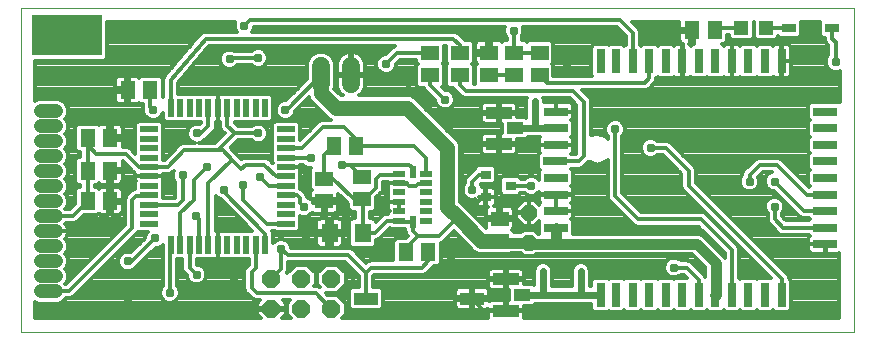
<source format=gtl>
G75*
%MOIN*%
%OFA0B0*%
%FSLAX25Y25*%
%IPPOS*%
%LPD*%
%AMOC8*
5,1,8,0,0,1.08239X$1,22.5*
%
%ADD10C,0.00000*%
%ADD11R,0.23622X0.13780*%
%ADD12R,0.05118X0.05906*%
%ADD13R,0.05906X0.05118*%
%ADD14R,0.05512X0.06299*%
%ADD15R,0.01969X0.05906*%
%ADD16R,0.05906X0.01969*%
%ADD17OC8,0.06000*%
%ADD18R,0.04424X0.01969*%
%ADD19R,0.01969X0.04424*%
%ADD20C,0.04756*%
%ADD21C,0.06000*%
%ADD22R,0.07900X0.04300*%
%ADD23R,0.03150X0.07874*%
%ADD24R,0.07874X0.03150*%
%ADD25R,0.04724X0.02756*%
%ADD26OC8,0.05200*%
%ADD27R,0.03543X0.03150*%
%ADD28R,0.04724X0.04724*%
%ADD29R,0.08661X0.03937*%
%ADD30R,0.05709X0.03937*%
%ADD31C,0.01400*%
%ADD32C,0.02900*%
%ADD33C,0.03100*%
%ADD34C,0.01300*%
%ADD35C,0.02781*%
%ADD36C,0.05000*%
%ADD37C,0.03500*%
%ADD38C,0.01200*%
%ADD39C,0.03050*%
%ADD40C,0.02400*%
D10*
X0016880Y0007422D02*
X0016980Y0115421D01*
X0294539Y0115421D01*
X0294439Y0007422D01*
X0016880Y0007422D01*
D11*
X0032120Y0106359D03*
D12*
X0052515Y0088030D03*
X0059996Y0088030D03*
X0046594Y0072111D03*
X0039114Y0072111D03*
X0039114Y0061187D03*
X0046594Y0061187D03*
X0046602Y0050968D03*
X0039122Y0050968D03*
X0121104Y0069306D03*
X0128585Y0069306D03*
X0145261Y0034040D03*
X0152741Y0034040D03*
X0240640Y0107922D03*
X0248120Y0107922D03*
D13*
X0189780Y0100462D03*
X0181380Y0100462D03*
X0172980Y0100462D03*
X0163180Y0100462D03*
X0153380Y0100462D03*
X0153380Y0092982D03*
X0163180Y0092982D03*
X0172980Y0092982D03*
X0181380Y0092982D03*
X0189780Y0092982D03*
X0130649Y0059196D03*
X0118039Y0058533D03*
X0118039Y0051052D03*
X0130649Y0051715D03*
X0176480Y0045162D03*
X0176480Y0037682D03*
D14*
X0130793Y0040399D03*
X0119770Y0040399D03*
D15*
X0098330Y0036393D03*
X0095180Y0036393D03*
X0092031Y0036393D03*
X0088881Y0036393D03*
X0085732Y0036393D03*
X0082582Y0036393D03*
X0079432Y0036393D03*
X0076283Y0036393D03*
X0073133Y0036393D03*
X0069984Y0036393D03*
X0066834Y0036393D03*
X0066834Y0082062D03*
X0069984Y0082062D03*
X0073133Y0082062D03*
X0076283Y0082062D03*
X0079432Y0082062D03*
X0082582Y0082062D03*
X0085732Y0082062D03*
X0088881Y0082062D03*
X0092031Y0082062D03*
X0095180Y0082062D03*
X0098330Y0082062D03*
D16*
X0105417Y0074976D03*
X0105417Y0071826D03*
X0105417Y0068677D03*
X0105417Y0065527D03*
X0105417Y0062377D03*
X0105417Y0059228D03*
X0105417Y0056078D03*
X0105417Y0052929D03*
X0105417Y0049779D03*
X0105417Y0046629D03*
X0105417Y0043480D03*
X0059747Y0043480D03*
X0059747Y0046629D03*
X0059747Y0049779D03*
X0059747Y0052929D03*
X0059747Y0056078D03*
X0059747Y0059228D03*
X0059747Y0062377D03*
X0059747Y0065527D03*
X0059747Y0068677D03*
X0059747Y0071826D03*
X0059747Y0074976D03*
D17*
X0100406Y0025167D03*
X0110406Y0025167D03*
X0120406Y0025167D03*
X0120406Y0015167D03*
X0110406Y0015167D03*
X0100406Y0015167D03*
D18*
X0143060Y0044447D03*
X0143060Y0047596D03*
X0143060Y0050746D03*
X0143060Y0053895D03*
X0143060Y0057045D03*
X0143060Y0060195D03*
X0152021Y0060195D03*
X0152021Y0057045D03*
X0152021Y0053895D03*
X0152021Y0050746D03*
X0152021Y0047596D03*
X0151991Y0044447D03*
D19*
X0147540Y0044053D03*
X0147540Y0060588D03*
D20*
X0028471Y0060957D02*
X0023715Y0060957D01*
X0023715Y0055957D02*
X0028471Y0055957D01*
X0028471Y0050957D02*
X0023715Y0050957D01*
X0023715Y0045957D02*
X0028471Y0045957D01*
X0028471Y0040957D02*
X0023715Y0040957D01*
X0023715Y0035957D02*
X0028471Y0035957D01*
X0028471Y0030957D02*
X0023715Y0030957D01*
X0023715Y0025957D02*
X0028471Y0025957D01*
X0028471Y0020957D02*
X0023715Y0020957D01*
X0023715Y0065957D02*
X0028471Y0065957D01*
X0028471Y0070957D02*
X0023715Y0070957D01*
X0023715Y0075957D02*
X0028471Y0075957D01*
X0028471Y0080957D02*
X0023715Y0080957D01*
D21*
X0116979Y0090077D02*
X0116979Y0096077D01*
X0126979Y0096077D02*
X0126979Y0090077D01*
D22*
X0131988Y0018551D03*
X0167388Y0018551D03*
D23*
X0210337Y0019749D03*
X0215337Y0019749D03*
X0220849Y0019749D03*
X0226361Y0019749D03*
X0231873Y0019749D03*
X0237385Y0019749D03*
X0242897Y0019749D03*
X0248408Y0019749D03*
X0253920Y0019749D03*
X0259432Y0019749D03*
X0264944Y0019749D03*
X0270456Y0019749D03*
X0270456Y0097701D03*
X0264944Y0097701D03*
X0259432Y0097701D03*
X0253920Y0097701D03*
X0248408Y0097701D03*
X0242897Y0097701D03*
X0237385Y0097701D03*
X0231873Y0097701D03*
X0226361Y0097701D03*
X0220849Y0097701D03*
X0215337Y0097701D03*
X0210337Y0097701D03*
D24*
X0195259Y0080772D03*
X0195259Y0075260D03*
X0195259Y0069749D03*
X0195023Y0064237D03*
X0195259Y0058725D03*
X0195259Y0053213D03*
X0195259Y0047701D03*
X0195259Y0042189D03*
X0195259Y0036678D03*
X0285023Y0036678D03*
X0285023Y0042189D03*
X0285023Y0047701D03*
X0285023Y0053213D03*
X0285023Y0058725D03*
X0285023Y0064237D03*
X0285023Y0069749D03*
X0285023Y0075260D03*
X0285023Y0080772D03*
D25*
X0287363Y0108622D03*
X0272797Y0108622D03*
D26*
X0186280Y0047122D03*
X0186280Y0037122D03*
D27*
X0171843Y0052382D03*
X0180111Y0056122D03*
X0171843Y0059862D03*
D28*
X0257046Y0108622D03*
X0265314Y0108622D03*
D29*
X0176240Y0080467D03*
X0176240Y0070034D03*
X0178580Y0024949D03*
X0178580Y0014516D03*
D30*
X0184092Y0019752D03*
X0181752Y0075270D03*
D31*
X0177198Y0075949D02*
X0157693Y0075949D01*
X0159091Y0074550D02*
X0177198Y0074550D01*
X0177198Y0073703D02*
X0176525Y0073703D01*
X0176525Y0070319D01*
X0175956Y0070319D01*
X0175956Y0073703D01*
X0171686Y0073703D01*
X0171253Y0073587D01*
X0170866Y0073363D01*
X0170549Y0073046D01*
X0170325Y0072659D01*
X0170210Y0072226D01*
X0170210Y0070318D01*
X0175956Y0070318D01*
X0175956Y0069750D01*
X0170210Y0069750D01*
X0170210Y0067842D01*
X0170325Y0067409D01*
X0170549Y0067022D01*
X0170866Y0066705D01*
X0171253Y0066482D01*
X0171686Y0066366D01*
X0175956Y0066366D01*
X0175956Y0069750D01*
X0176525Y0069750D01*
X0176525Y0070318D01*
X0182271Y0070318D01*
X0182271Y0071602D01*
X0185311Y0071602D01*
X0186079Y0072370D01*
X0187654Y0072370D01*
X0187720Y0072343D01*
X0188874Y0072343D01*
X0188940Y0072370D01*
X0189965Y0072370D01*
X0189961Y0072367D01*
X0189738Y0071980D01*
X0189622Y0071547D01*
X0189622Y0069836D01*
X0195171Y0069836D01*
X0195171Y0069661D01*
X0189622Y0069661D01*
X0189622Y0067950D01*
X0189738Y0067518D01*
X0189961Y0067130D01*
X0189981Y0067111D01*
X0189386Y0066516D01*
X0189386Y0061958D01*
X0189981Y0061363D01*
X0189622Y0061004D01*
X0189622Y0058076D01*
X0188821Y0058877D01*
X0187626Y0059372D01*
X0186334Y0059372D01*
X0185139Y0058877D01*
X0184784Y0058522D01*
X0183461Y0058522D01*
X0182587Y0059397D01*
X0177635Y0059397D01*
X0176639Y0058401D01*
X0176639Y0053843D01*
X0177635Y0052847D01*
X0182587Y0052847D01*
X0183461Y0053722D01*
X0184784Y0053722D01*
X0185139Y0053367D01*
X0186334Y0052872D01*
X0187626Y0052872D01*
X0188821Y0053367D01*
X0189622Y0054167D01*
X0189622Y0053301D01*
X0195171Y0053301D01*
X0195171Y0053126D01*
X0189622Y0053126D01*
X0189622Y0051414D01*
X0189738Y0050982D01*
X0189961Y0050594D01*
X0190099Y0050457D01*
X0189961Y0050320D01*
X0189738Y0049932D01*
X0189698Y0049785D01*
X0188061Y0051422D01*
X0186380Y0051422D01*
X0186380Y0047222D01*
X0186180Y0047222D01*
X0186180Y0051422D01*
X0184499Y0051422D01*
X0181980Y0048903D01*
X0181980Y0047222D01*
X0186180Y0047222D01*
X0186180Y0047022D01*
X0181980Y0047022D01*
X0181980Y0045341D01*
X0184499Y0042822D01*
X0186180Y0042822D01*
X0186180Y0047022D01*
X0186380Y0047022D01*
X0186380Y0042822D01*
X0188061Y0042822D01*
X0189622Y0044382D01*
X0189622Y0040128D01*
X0189355Y0040128D01*
X0188061Y0041422D01*
X0184499Y0041422D01*
X0183649Y0040572D01*
X0181133Y0040572D01*
X0181133Y0040945D01*
X0180656Y0041422D01*
X0180793Y0041559D01*
X0181017Y0041947D01*
X0181133Y0042379D01*
X0181133Y0044582D01*
X0177060Y0044582D01*
X0177060Y0045741D01*
X0181133Y0045741D01*
X0181133Y0047945D01*
X0181017Y0048377D01*
X0180793Y0048765D01*
X0180477Y0049081D01*
X0180089Y0049305D01*
X0179657Y0049421D01*
X0177060Y0049421D01*
X0177060Y0045742D01*
X0175900Y0045742D01*
X0175900Y0049421D01*
X0174614Y0049421D01*
X0174658Y0049446D01*
X0174975Y0049763D01*
X0175199Y0050151D01*
X0175315Y0050583D01*
X0175315Y0052294D01*
X0171930Y0052294D01*
X0171930Y0049107D01*
X0172528Y0049107D01*
X0172483Y0049081D01*
X0172167Y0048765D01*
X0171943Y0048377D01*
X0171827Y0047945D01*
X0171827Y0045741D01*
X0175900Y0045741D01*
X0175900Y0044582D01*
X0171827Y0044582D01*
X0171827Y0042379D01*
X0171888Y0042154D01*
X0166041Y0048001D01*
X0163180Y0050861D01*
X0163180Y0069557D01*
X0162541Y0071101D01*
X0148059Y0085582D01*
X0146515Y0086222D01*
X0129669Y0086222D01*
X0130041Y0086492D01*
X0130564Y0087015D01*
X0130999Y0087614D01*
X0131335Y0088273D01*
X0131563Y0088976D01*
X0131679Y0089707D01*
X0131679Y0092777D01*
X0127279Y0092777D01*
X0127279Y0093377D01*
X0126679Y0093377D01*
X0126679Y0092777D01*
X0122279Y0092777D01*
X0122279Y0089707D01*
X0122395Y0088976D01*
X0122624Y0088273D01*
X0122959Y0087614D01*
X0123394Y0087015D01*
X0123917Y0086492D01*
X0124289Y0086222D01*
X0123620Y0086222D01*
X0121392Y0088449D01*
X0121679Y0089142D01*
X0121679Y0097012D01*
X0120964Y0098739D01*
X0119642Y0100061D01*
X0117914Y0100777D01*
X0116044Y0100777D01*
X0114317Y0100061D01*
X0112995Y0098739D01*
X0112279Y0097012D01*
X0112279Y0091625D01*
X0105226Y0084572D01*
X0104434Y0084572D01*
X0103239Y0084077D01*
X0102325Y0083163D01*
X0101830Y0081968D01*
X0101830Y0080675D01*
X0102325Y0079481D01*
X0103239Y0078567D01*
X0104434Y0078072D01*
X0105726Y0078072D01*
X0106921Y0078567D01*
X0107835Y0079481D01*
X0108330Y0080675D01*
X0108330Y0080888D01*
X0112999Y0085557D01*
X0113419Y0084543D01*
X0114600Y0083362D01*
X0119501Y0078461D01*
X0120320Y0078122D01*
X0117203Y0078122D01*
X0116321Y0077756D01*
X0115645Y0077081D01*
X0110069Y0071505D01*
X0110069Y0076664D01*
X0109074Y0077660D01*
X0101760Y0077660D01*
X0100764Y0076664D01*
X0100764Y0063839D01*
X0100817Y0063785D01*
X0100816Y0063780D01*
X0100115Y0064481D01*
X0099440Y0065156D01*
X0098557Y0065522D01*
X0091303Y0065522D01*
X0090421Y0065156D01*
X0090380Y0065116D01*
X0089315Y0066181D01*
X0088640Y0066856D01*
X0088639Y0066856D01*
X0086774Y0068722D01*
X0089274Y0071222D01*
X0093784Y0071222D01*
X0094139Y0070867D01*
X0095334Y0070372D01*
X0096626Y0070372D01*
X0097821Y0070867D01*
X0098735Y0071781D01*
X0099230Y0072975D01*
X0099230Y0074268D01*
X0098735Y0075463D01*
X0097821Y0076377D01*
X0096626Y0076872D01*
X0095334Y0076872D01*
X0094139Y0076377D01*
X0093784Y0076022D01*
X0089274Y0076022D01*
X0088132Y0077164D01*
X0088132Y0077410D01*
X0100018Y0077410D01*
X0101014Y0078405D01*
X0101014Y0085719D01*
X0100018Y0086715D01*
X0084043Y0086715D01*
X0083990Y0086662D01*
X0083790Y0086715D01*
X0082582Y0086715D01*
X0081374Y0086715D01*
X0081174Y0086662D01*
X0081121Y0086715D01*
X0069234Y0086715D01*
X0069234Y0090496D01*
X0079592Y0102722D01*
X0141604Y0102722D01*
X0141061Y0102497D01*
X0140386Y0101821D01*
X0138536Y0099972D01*
X0138034Y0099972D01*
X0136839Y0099477D01*
X0135925Y0098563D01*
X0135430Y0097368D01*
X0135430Y0096075D01*
X0135925Y0094881D01*
X0136839Y0093967D01*
X0138034Y0093472D01*
X0139326Y0093472D01*
X0140521Y0093967D01*
X0141435Y0094881D01*
X0141930Y0096075D01*
X0141930Y0096578D01*
X0143414Y0098062D01*
X0148727Y0098062D01*
X0148727Y0097199D01*
X0149204Y0096722D01*
X0148727Y0096245D01*
X0148727Y0089718D01*
X0149723Y0088723D01*
X0151196Y0088723D01*
X0151345Y0088362D01*
X0152021Y0087687D01*
X0155030Y0084678D01*
X0155030Y0084175D01*
X0155525Y0082981D01*
X0156439Y0082067D01*
X0157634Y0081572D01*
X0158926Y0081572D01*
X0160121Y0082067D01*
X0161035Y0082981D01*
X0161530Y0084175D01*
X0161530Y0085468D01*
X0161035Y0086663D01*
X0160121Y0087577D01*
X0158926Y0088072D01*
X0158424Y0088072D01*
X0157405Y0089091D01*
X0158033Y0089718D01*
X0158033Y0096245D01*
X0157556Y0096722D01*
X0158033Y0097199D01*
X0158033Y0102722D01*
X0158527Y0102722D01*
X0158527Y0097199D01*
X0159004Y0096722D01*
X0158527Y0096245D01*
X0158527Y0089718D01*
X0159523Y0088723D01*
X0160996Y0088723D01*
X0161145Y0088362D01*
X0163245Y0086262D01*
X0163921Y0085587D01*
X0164803Y0085222D01*
X0185539Y0085222D01*
X0185397Y0084880D01*
X0185397Y0078852D01*
X0185311Y0078939D01*
X0182271Y0078939D01*
X0182271Y0080183D01*
X0176525Y0080183D01*
X0176525Y0080752D01*
X0175956Y0080752D01*
X0175956Y0084136D01*
X0171686Y0084136D01*
X0171253Y0084020D01*
X0170866Y0083796D01*
X0170549Y0083480D01*
X0170325Y0083092D01*
X0170210Y0082660D01*
X0170210Y0080752D01*
X0175956Y0080752D01*
X0175956Y0080183D01*
X0170210Y0080183D01*
X0170210Y0078275D01*
X0170325Y0077843D01*
X0170549Y0077455D01*
X0170866Y0077138D01*
X0171253Y0076915D01*
X0171686Y0076799D01*
X0175956Y0076799D01*
X0175956Y0080183D01*
X0176525Y0080183D01*
X0176525Y0076799D01*
X0177198Y0076799D01*
X0177198Y0073703D01*
X0176525Y0073152D02*
X0175956Y0073152D01*
X0175956Y0071753D02*
X0176525Y0071753D01*
X0176525Y0070355D02*
X0175956Y0070355D01*
X0176240Y0070034D02*
X0165892Y0070034D01*
X0163880Y0068022D01*
X0163880Y0071522D01*
X0144980Y0090422D01*
X0144980Y0092522D01*
X0148727Y0092731D02*
X0131679Y0092731D01*
X0131679Y0093377D02*
X0131679Y0096447D01*
X0131563Y0097177D01*
X0131335Y0097881D01*
X0130999Y0098540D01*
X0130564Y0099139D01*
X0130041Y0099662D01*
X0129443Y0100097D01*
X0128783Y0100433D01*
X0128080Y0100661D01*
X0127349Y0100777D01*
X0127279Y0100777D01*
X0127279Y0093377D01*
X0131679Y0093377D01*
X0131679Y0094129D02*
X0136676Y0094129D01*
X0135657Y0095528D02*
X0131679Y0095528D01*
X0131603Y0096927D02*
X0135430Y0096927D01*
X0135826Y0098325D02*
X0131109Y0098325D01*
X0129956Y0099724D02*
X0137434Y0099724D01*
X0139686Y0101122D02*
X0098141Y0101122D01*
X0097807Y0101456D02*
X0096622Y0101947D01*
X0095339Y0101947D01*
X0094153Y0101456D01*
X0093819Y0101122D01*
X0088148Y0101122D01*
X0087122Y0101547D01*
X0085839Y0101547D01*
X0084653Y0101056D01*
X0083746Y0100149D01*
X0083255Y0098963D01*
X0083255Y0097680D01*
X0083746Y0096495D01*
X0084653Y0095588D01*
X0085839Y0095097D01*
X0087122Y0095097D01*
X0088307Y0095588D01*
X0089041Y0096322D01*
X0093819Y0096322D01*
X0094153Y0095988D01*
X0095339Y0095497D01*
X0096622Y0095497D01*
X0097807Y0095988D01*
X0098714Y0096895D01*
X0099205Y0098080D01*
X0099205Y0099363D01*
X0098714Y0100549D01*
X0097807Y0101456D01*
X0099056Y0099724D02*
X0113979Y0099724D01*
X0112823Y0098325D02*
X0099205Y0098325D01*
X0098727Y0096927D02*
X0112279Y0096927D01*
X0112279Y0095528D02*
X0096697Y0095528D01*
X0095263Y0095528D02*
X0088163Y0095528D01*
X0084797Y0095528D02*
X0073497Y0095528D01*
X0072313Y0094129D02*
X0112279Y0094129D01*
X0112279Y0092731D02*
X0071128Y0092731D01*
X0069943Y0091332D02*
X0111986Y0091332D01*
X0110588Y0089934D02*
X0069234Y0089934D01*
X0069234Y0088535D02*
X0109189Y0088535D01*
X0107791Y0087137D02*
X0069234Y0087137D01*
X0064434Y0087137D02*
X0064255Y0087137D01*
X0064434Y0086004D02*
X0064255Y0085824D01*
X0064255Y0091687D01*
X0063259Y0092683D01*
X0056733Y0092683D01*
X0056256Y0092206D01*
X0056118Y0092343D01*
X0055731Y0092567D01*
X0055298Y0092683D01*
X0053095Y0092683D01*
X0053095Y0088610D01*
X0051936Y0088610D01*
X0051936Y0092683D01*
X0049733Y0092683D01*
X0049300Y0092567D01*
X0048913Y0092343D01*
X0048596Y0092027D01*
X0048372Y0091639D01*
X0048256Y0091207D01*
X0048256Y0088610D01*
X0051936Y0088610D01*
X0051936Y0087451D01*
X0048256Y0087451D01*
X0048256Y0084853D01*
X0048372Y0084421D01*
X0048596Y0084033D01*
X0048913Y0083717D01*
X0049300Y0083493D01*
X0049733Y0083377D01*
X0051936Y0083377D01*
X0051936Y0087450D01*
X0053095Y0087450D01*
X0053095Y0083377D01*
X0055298Y0083377D01*
X0055731Y0083493D01*
X0056118Y0083717D01*
X0056256Y0083854D01*
X0056733Y0083377D01*
X0057596Y0083377D01*
X0057596Y0081829D01*
X0057730Y0081505D01*
X0057730Y0080675D01*
X0058225Y0079481D01*
X0059139Y0078567D01*
X0060334Y0078072D01*
X0061626Y0078072D01*
X0062821Y0078567D01*
X0063735Y0079481D01*
X0064150Y0080482D01*
X0064150Y0078405D01*
X0065146Y0077410D01*
X0077032Y0077410D01*
X0077032Y0076968D01*
X0076757Y0076693D01*
X0076326Y0076872D01*
X0075034Y0076872D01*
X0073839Y0076377D01*
X0072925Y0075463D01*
X0072430Y0074268D01*
X0072430Y0072975D01*
X0072925Y0071781D01*
X0073839Y0070867D01*
X0075020Y0070377D01*
X0070958Y0070377D01*
X0070076Y0070012D01*
X0069401Y0069337D01*
X0069401Y0069337D01*
X0064886Y0064822D01*
X0064400Y0064822D01*
X0064400Y0076664D01*
X0063404Y0077660D01*
X0056090Y0077660D01*
X0055095Y0076664D01*
X0055095Y0066801D01*
X0053915Y0067981D01*
X0053240Y0068656D01*
X0052357Y0069022D01*
X0050853Y0069022D01*
X0050853Y0071532D01*
X0047174Y0071532D01*
X0047174Y0072691D01*
X0050853Y0072691D01*
X0050853Y0075288D01*
X0050737Y0075720D01*
X0050513Y0076108D01*
X0050197Y0076424D01*
X0049809Y0076648D01*
X0049377Y0076764D01*
X0047173Y0076764D01*
X0047173Y0072691D01*
X0046014Y0072691D01*
X0046014Y0076764D01*
X0043811Y0076764D01*
X0043379Y0076648D01*
X0042991Y0076424D01*
X0042854Y0076287D01*
X0042377Y0076764D01*
X0035850Y0076764D01*
X0034855Y0075768D01*
X0034855Y0068454D01*
X0035850Y0067459D01*
X0036714Y0067459D01*
X0036714Y0065840D01*
X0035850Y0065840D01*
X0034855Y0064844D01*
X0034855Y0057530D01*
X0035850Y0056534D01*
X0036722Y0056534D01*
X0036722Y0055621D01*
X0035859Y0055621D01*
X0034863Y0054625D01*
X0034863Y0050103D01*
X0033117Y0048357D01*
X0031838Y0048357D01*
X0031738Y0048457D01*
X0031928Y0048647D01*
X0032549Y0050146D01*
X0032549Y0051768D01*
X0031928Y0053267D01*
X0031738Y0053457D01*
X0031928Y0053647D01*
X0032549Y0055146D01*
X0032549Y0056768D01*
X0031928Y0058267D01*
X0031738Y0058457D01*
X0031928Y0058647D01*
X0032549Y0060146D01*
X0032549Y0061768D01*
X0031928Y0063267D01*
X0031738Y0063457D01*
X0031928Y0063647D01*
X0032549Y0065146D01*
X0032549Y0066768D01*
X0031928Y0068267D01*
X0031738Y0068457D01*
X0031928Y0068647D01*
X0032549Y0070146D01*
X0032549Y0071768D01*
X0031928Y0073267D01*
X0031738Y0073457D01*
X0031928Y0073647D01*
X0032549Y0075146D01*
X0032549Y0076768D01*
X0031928Y0078267D01*
X0031738Y0078457D01*
X0031928Y0078647D01*
X0032549Y0080146D01*
X0032549Y0081768D01*
X0031928Y0083267D01*
X0030781Y0084414D01*
X0029282Y0085035D01*
X0022904Y0085035D01*
X0021651Y0084516D01*
X0021664Y0097769D01*
X0044635Y0097769D01*
X0045631Y0098765D01*
X0045631Y0110721D01*
X0088386Y0110721D01*
X0088155Y0110163D01*
X0088155Y0108880D01*
X0088646Y0107695D01*
X0088819Y0107522D01*
X0078855Y0107522D01*
X0078758Y0107553D01*
X0078381Y0107522D01*
X0078003Y0107522D01*
X0077908Y0107483D01*
X0077806Y0107474D01*
X0077470Y0107301D01*
X0077121Y0107156D01*
X0077048Y0107084D01*
X0076957Y0107037D01*
X0076713Y0106749D01*
X0076445Y0106481D01*
X0076406Y0106387D01*
X0065067Y0093003D01*
X0064799Y0092735D01*
X0064760Y0092641D01*
X0064694Y0092563D01*
X0064579Y0092203D01*
X0064434Y0091853D01*
X0064434Y0091751D01*
X0064403Y0091654D01*
X0064434Y0091277D01*
X0064434Y0086004D01*
X0064434Y0088535D02*
X0064255Y0088535D01*
X0064255Y0089934D02*
X0064434Y0089934D01*
X0064429Y0091332D02*
X0064255Y0091332D01*
X0064798Y0092731D02*
X0021659Y0092731D01*
X0021658Y0091332D02*
X0048290Y0091332D01*
X0048256Y0089934D02*
X0021656Y0089934D01*
X0021655Y0088535D02*
X0051936Y0088535D01*
X0051936Y0087137D02*
X0053095Y0087137D01*
X0053095Y0085738D02*
X0051936Y0085738D01*
X0051936Y0084340D02*
X0053095Y0084340D01*
X0048419Y0084340D02*
X0030855Y0084340D01*
X0032063Y0082941D02*
X0057596Y0082941D01*
X0057714Y0081543D02*
X0032549Y0081543D01*
X0032548Y0080144D02*
X0057950Y0080144D01*
X0058960Y0078746D02*
X0031969Y0078746D01*
X0032309Y0077347D02*
X0055778Y0077347D01*
X0055095Y0075949D02*
X0050605Y0075949D01*
X0050853Y0074550D02*
X0055095Y0074550D01*
X0055095Y0073152D02*
X0050853Y0073152D01*
X0047174Y0071753D02*
X0055095Y0071753D01*
X0055095Y0070355D02*
X0050853Y0070355D01*
X0052516Y0068956D02*
X0055095Y0068956D01*
X0055095Y0067558D02*
X0054338Y0067558D01*
X0051880Y0066622D02*
X0042080Y0066622D01*
X0039114Y0069588D01*
X0039114Y0072111D01*
X0039114Y0061187D01*
X0039122Y0061179D01*
X0039122Y0050968D01*
X0034111Y0045957D01*
X0026093Y0045957D01*
X0031713Y0043432D02*
X0031838Y0043557D01*
X0034588Y0043557D01*
X0035471Y0043923D01*
X0037863Y0046315D01*
X0042385Y0046315D01*
X0042862Y0046792D01*
X0042999Y0046655D01*
X0043387Y0046431D01*
X0043819Y0046315D01*
X0046023Y0046315D01*
X0046023Y0050388D01*
X0047182Y0050388D01*
X0047182Y0046315D01*
X0049385Y0046315D01*
X0049817Y0046431D01*
X0050205Y0046655D01*
X0050522Y0046971D01*
X0050745Y0047359D01*
X0050861Y0047791D01*
X0050861Y0050389D01*
X0047182Y0050389D01*
X0047182Y0051548D01*
X0046023Y0051548D01*
X0046023Y0055621D01*
X0043819Y0055621D01*
X0043387Y0055505D01*
X0042999Y0055281D01*
X0042862Y0055144D01*
X0042385Y0055621D01*
X0041522Y0055621D01*
X0041522Y0056534D01*
X0042377Y0056534D01*
X0042854Y0057011D01*
X0042991Y0056874D01*
X0043379Y0056650D01*
X0043811Y0056534D01*
X0046014Y0056534D01*
X0046014Y0060608D01*
X0047173Y0060608D01*
X0047173Y0056534D01*
X0049377Y0056534D01*
X0049809Y0056650D01*
X0050197Y0056874D01*
X0050513Y0057191D01*
X0050737Y0057578D01*
X0050853Y0058011D01*
X0050853Y0060608D01*
X0047174Y0060608D01*
X0047174Y0061767D01*
X0050853Y0061767D01*
X0050853Y0064222D01*
X0050886Y0064222D01*
X0054765Y0060343D01*
X0055095Y0060206D01*
X0055095Y0059228D01*
X0059747Y0059228D01*
X0059747Y0059228D01*
X0055095Y0059228D01*
X0055095Y0058020D01*
X0055148Y0057820D01*
X0055095Y0057767D01*
X0055095Y0055022D01*
X0054903Y0055022D01*
X0054021Y0054656D01*
X0053345Y0053981D01*
X0051945Y0052581D01*
X0051580Y0051699D01*
X0051580Y0043116D01*
X0031829Y0023365D01*
X0031738Y0023457D01*
X0031928Y0023647D01*
X0032549Y0025146D01*
X0032549Y0026768D01*
X0031928Y0028267D01*
X0031738Y0028457D01*
X0031928Y0028647D01*
X0032549Y0030146D01*
X0032549Y0031768D01*
X0031928Y0033267D01*
X0031738Y0033457D01*
X0031928Y0033647D01*
X0032549Y0035146D01*
X0032549Y0036768D01*
X0031928Y0038267D01*
X0031713Y0038482D01*
X0031958Y0038820D01*
X0032250Y0039392D01*
X0032448Y0040002D01*
X0032549Y0040636D01*
X0032549Y0040957D01*
X0026093Y0040957D01*
X0026093Y0040957D01*
X0032549Y0040957D01*
X0032549Y0041278D01*
X0032448Y0041912D01*
X0032250Y0042523D01*
X0031958Y0043095D01*
X0031713Y0043432D01*
X0032295Y0042385D02*
X0050849Y0042385D01*
X0051580Y0043783D02*
X0035134Y0043783D01*
X0036730Y0045182D02*
X0051580Y0045182D01*
X0051580Y0046580D02*
X0050075Y0046580D01*
X0050861Y0047979D02*
X0051580Y0047979D01*
X0051580Y0049377D02*
X0050861Y0049377D01*
X0051580Y0050776D02*
X0047182Y0050776D01*
X0047182Y0051548D02*
X0050861Y0051548D01*
X0050861Y0054145D01*
X0050745Y0054577D01*
X0050522Y0054965D01*
X0050205Y0055281D01*
X0049817Y0055505D01*
X0049385Y0055621D01*
X0047182Y0055621D01*
X0047182Y0051548D01*
X0047182Y0052174D02*
X0046023Y0052174D01*
X0046023Y0053573D02*
X0047182Y0053573D01*
X0047182Y0054971D02*
X0046023Y0054971D01*
X0041522Y0056370D02*
X0055095Y0056370D01*
X0055096Y0057768D02*
X0050788Y0057768D01*
X0050853Y0059167D02*
X0055095Y0059167D01*
X0054542Y0060565D02*
X0050853Y0060565D01*
X0050853Y0061964D02*
X0053144Y0061964D01*
X0051745Y0063362D02*
X0050853Y0063362D01*
X0051880Y0066622D02*
X0056124Y0062377D01*
X0059747Y0062377D01*
X0059792Y0062422D01*
X0065880Y0062422D01*
X0071436Y0067977D01*
X0082636Y0067977D01*
X0084124Y0067977D01*
X0087280Y0064822D01*
X0079432Y0056974D01*
X0079432Y0036393D01*
X0076380Y0036490D02*
X0076283Y0036393D01*
X0076283Y0045019D01*
X0075280Y0046022D01*
X0069984Y0046925D02*
X0074580Y0051522D01*
X0074580Y0058122D01*
X0078780Y0062322D01*
X0070780Y0059622D02*
X0070780Y0051222D01*
X0069337Y0049779D01*
X0059747Y0049779D01*
X0059790Y0049822D01*
X0064400Y0052179D02*
X0064400Y0054617D01*
X0064400Y0057767D01*
X0064347Y0057820D01*
X0064400Y0058020D01*
X0064400Y0059228D01*
X0064400Y0060022D01*
X0066357Y0060022D01*
X0067240Y0060387D01*
X0067820Y0060967D01*
X0067530Y0060268D01*
X0067530Y0058975D01*
X0068025Y0057781D01*
X0068380Y0057426D01*
X0068380Y0052216D01*
X0068343Y0052179D01*
X0064400Y0052179D01*
X0059747Y0052929D02*
X0059441Y0052622D01*
X0055380Y0052622D01*
X0053980Y0051222D01*
X0053980Y0042122D01*
X0032815Y0020957D01*
X0026093Y0020957D01*
X0030781Y0017500D02*
X0031838Y0018557D01*
X0033293Y0018557D01*
X0034175Y0018923D01*
X0055340Y0040087D01*
X0056015Y0040762D01*
X0056047Y0040839D01*
X0056090Y0040795D01*
X0059258Y0040795D01*
X0058925Y0040463D01*
X0058430Y0039268D01*
X0058430Y0038766D01*
X0053657Y0033993D01*
X0053226Y0034172D01*
X0051934Y0034172D01*
X0050739Y0033677D01*
X0049825Y0032763D01*
X0049330Y0031568D01*
X0049330Y0030275D01*
X0049825Y0029081D01*
X0050739Y0028167D01*
X0051934Y0027672D01*
X0053226Y0027672D01*
X0054421Y0028167D01*
X0055002Y0028747D01*
X0055340Y0028887D01*
X0061824Y0035372D01*
X0062326Y0035372D01*
X0063521Y0035867D01*
X0064150Y0036495D01*
X0064150Y0032736D01*
X0064180Y0032706D01*
X0064180Y0022618D01*
X0063825Y0022263D01*
X0063330Y0021068D01*
X0063330Y0019775D01*
X0063825Y0018581D01*
X0064739Y0017667D01*
X0065934Y0017172D01*
X0067226Y0017172D01*
X0068421Y0017667D01*
X0069335Y0018581D01*
X0069830Y0019775D01*
X0069830Y0021068D01*
X0069335Y0022263D01*
X0068980Y0022618D01*
X0068980Y0031740D01*
X0070733Y0031740D01*
X0070733Y0028391D01*
X0071099Y0027509D01*
X0072230Y0026378D01*
X0072230Y0025875D01*
X0072725Y0024681D01*
X0073639Y0023767D01*
X0074834Y0023272D01*
X0076126Y0023272D01*
X0077321Y0023767D01*
X0078235Y0024681D01*
X0078730Y0025875D01*
X0078730Y0027168D01*
X0078235Y0028363D01*
X0077321Y0029277D01*
X0076126Y0029772D01*
X0075624Y0029772D01*
X0075533Y0029863D01*
X0075533Y0031740D01*
X0081121Y0031740D01*
X0081174Y0031794D01*
X0081374Y0031740D01*
X0082582Y0031740D01*
X0083790Y0031740D01*
X0083990Y0031794D01*
X0084043Y0031740D01*
X0092880Y0031740D01*
X0092880Y0029816D01*
X0091745Y0028681D01*
X0091380Y0027799D01*
X0091380Y0021644D01*
X0091745Y0020762D01*
X0092421Y0020087D01*
X0094221Y0018287D01*
X0095103Y0017922D01*
X0096514Y0017922D01*
X0095706Y0017113D01*
X0095706Y0015467D01*
X0100106Y0015467D01*
X0100106Y0014867D01*
X0095706Y0014867D01*
X0095706Y0013220D01*
X0096804Y0012122D01*
X0021584Y0012122D01*
X0021589Y0017424D01*
X0022904Y0016879D01*
X0029282Y0016879D01*
X0030781Y0017500D01*
X0030083Y0017211D02*
X0065838Y0017211D01*
X0067322Y0017211D02*
X0095804Y0017211D01*
X0095706Y0015813D02*
X0021588Y0015813D01*
X0021589Y0017211D02*
X0022102Y0017211D01*
X0021586Y0014414D02*
X0095706Y0014414D01*
X0095910Y0013016D02*
X0021585Y0013016D01*
X0033420Y0018610D02*
X0063813Y0018610D01*
X0063330Y0020008D02*
X0035261Y0020008D01*
X0036659Y0021407D02*
X0063470Y0021407D01*
X0064180Y0022805D02*
X0038058Y0022805D01*
X0039456Y0024204D02*
X0064180Y0024204D01*
X0064180Y0025602D02*
X0040855Y0025602D01*
X0042253Y0027001D02*
X0064180Y0027001D01*
X0064180Y0028399D02*
X0054654Y0028399D01*
X0056250Y0029798D02*
X0064180Y0029798D01*
X0064180Y0031196D02*
X0057649Y0031196D01*
X0059047Y0032595D02*
X0064180Y0032595D01*
X0064150Y0033993D02*
X0060446Y0033993D01*
X0062375Y0035392D02*
X0064150Y0035392D01*
X0066580Y0036139D02*
X0066834Y0036393D01*
X0066580Y0036139D02*
X0066580Y0020422D01*
X0069690Y0021407D02*
X0091478Y0021407D01*
X0091380Y0022805D02*
X0068980Y0022805D01*
X0068980Y0024204D02*
X0073202Y0024204D01*
X0072343Y0025602D02*
X0068980Y0025602D01*
X0068980Y0027001D02*
X0071607Y0027001D01*
X0070733Y0028399D02*
X0068980Y0028399D01*
X0068980Y0029798D02*
X0070733Y0029798D01*
X0070733Y0031196D02*
X0068980Y0031196D01*
X0073133Y0028869D02*
X0075480Y0026522D01*
X0078617Y0025602D02*
X0091380Y0025602D01*
X0091380Y0024204D02*
X0077758Y0024204D01*
X0078730Y0027001D02*
X0091380Y0027001D01*
X0091629Y0028399D02*
X0078199Y0028399D01*
X0075598Y0029798D02*
X0092862Y0029798D01*
X0092880Y0031196D02*
X0075533Y0031196D01*
X0073133Y0028869D02*
X0073133Y0036393D01*
X0069984Y0036393D02*
X0069984Y0046925D01*
X0081832Y0046580D02*
X0088428Y0046580D01*
X0089826Y0045182D02*
X0081832Y0045182D01*
X0081832Y0043783D02*
X0091225Y0043783D01*
X0092623Y0042385D02*
X0081832Y0042385D01*
X0081832Y0041046D02*
X0081832Y0052709D01*
X0082653Y0051888D01*
X0083450Y0051558D01*
X0093962Y0041046D01*
X0093492Y0041046D01*
X0084043Y0041046D01*
X0083990Y0040992D01*
X0083790Y0041046D01*
X0082582Y0041046D01*
X0081832Y0041046D01*
X0082582Y0041046D02*
X0082582Y0036393D01*
X0082582Y0031740D01*
X0082582Y0036393D01*
X0082582Y0036393D01*
X0082582Y0036393D01*
X0082582Y0041046D01*
X0082582Y0040986D02*
X0082582Y0040986D01*
X0082582Y0039588D02*
X0082582Y0039588D01*
X0082582Y0038189D02*
X0082582Y0038189D01*
X0082582Y0036791D02*
X0082582Y0036791D01*
X0082582Y0035392D02*
X0082582Y0035392D01*
X0082582Y0033993D02*
X0082582Y0033993D01*
X0082582Y0032595D02*
X0082582Y0032595D01*
X0093780Y0027322D02*
X0095280Y0028822D01*
X0095280Y0036294D01*
X0095180Y0036393D01*
X0098330Y0036393D02*
X0098380Y0036443D01*
X0098380Y0040022D01*
X0084480Y0053922D01*
X0084480Y0054622D01*
X0082367Y0052174D02*
X0081832Y0052174D01*
X0081832Y0050776D02*
X0084232Y0050776D01*
X0085631Y0049377D02*
X0081832Y0049377D01*
X0081832Y0047979D02*
X0087029Y0047979D01*
X0090980Y0051422D02*
X0098980Y0043422D01*
X0105359Y0043422D01*
X0105417Y0043480D01*
X0101760Y0040795D02*
X0109074Y0040795D01*
X0110069Y0041791D01*
X0110069Y0046147D01*
X0110734Y0045872D01*
X0112026Y0045872D01*
X0113221Y0046367D01*
X0114015Y0047161D01*
X0114042Y0047133D01*
X0114430Y0046909D01*
X0114862Y0046793D01*
X0117460Y0046793D01*
X0117460Y0050473D01*
X0118619Y0050473D01*
X0118619Y0051632D01*
X0122692Y0051632D01*
X0122692Y0053316D01*
X0125445Y0050562D01*
X0125997Y0050011D01*
X0125997Y0048452D01*
X0126992Y0047456D01*
X0128393Y0047456D01*
X0128393Y0045249D01*
X0127333Y0045249D01*
X0126337Y0044253D01*
X0126337Y0036545D01*
X0127333Y0035549D01*
X0134253Y0035549D01*
X0135249Y0036545D01*
X0135249Y0037999D01*
X0135335Y0037999D01*
X0136217Y0038364D01*
X0136892Y0039039D01*
X0139879Y0042027D01*
X0140143Y0041762D01*
X0142712Y0041762D01*
X0142976Y0041653D01*
X0144856Y0041653D01*
X0144856Y0041137D01*
X0145140Y0040852D01*
X0145140Y0040484D01*
X0145506Y0039602D01*
X0145786Y0039322D01*
X0145157Y0038693D01*
X0141998Y0038693D01*
X0141002Y0037697D01*
X0141002Y0031222D01*
X0133219Y0031222D01*
X0132336Y0030856D01*
X0131988Y0030508D01*
X0128115Y0034381D01*
X0127440Y0035056D01*
X0126557Y0035422D01*
X0106930Y0035422D01*
X0106930Y0035768D01*
X0106435Y0036963D01*
X0105521Y0037877D01*
X0104326Y0038372D01*
X0103034Y0038372D01*
X0101839Y0037877D01*
X0101014Y0037052D01*
X0101014Y0040050D01*
X0100780Y0040284D01*
X0100780Y0040499D01*
X0100564Y0041022D01*
X0101533Y0041022D01*
X0101760Y0040795D01*
X0101569Y0040986D02*
X0100578Y0040986D01*
X0101014Y0039588D02*
X0115314Y0039588D01*
X0115314Y0039721D02*
X0115314Y0037026D01*
X0115430Y0036593D01*
X0115654Y0036206D01*
X0115970Y0035889D01*
X0116358Y0035665D01*
X0116790Y0035549D01*
X0119092Y0035549D01*
X0119092Y0039721D01*
X0120448Y0039721D01*
X0120448Y0041077D01*
X0124226Y0041077D01*
X0124226Y0043772D01*
X0124110Y0044205D01*
X0123886Y0044592D01*
X0123570Y0044909D01*
X0123182Y0045133D01*
X0122749Y0045249D01*
X0120448Y0045249D01*
X0120448Y0041077D01*
X0119092Y0041077D01*
X0119092Y0045249D01*
X0116790Y0045249D01*
X0116358Y0045133D01*
X0115970Y0044909D01*
X0115654Y0044592D01*
X0115430Y0044205D01*
X0115314Y0043772D01*
X0115314Y0041077D01*
X0119092Y0041077D01*
X0119092Y0039721D01*
X0115314Y0039721D01*
X0115314Y0038189D02*
X0104768Y0038189D01*
X0102592Y0038189D02*
X0101014Y0038189D01*
X0106507Y0036791D02*
X0115377Y0036791D01*
X0119092Y0036791D02*
X0120448Y0036791D01*
X0120448Y0035549D02*
X0122749Y0035549D01*
X0123182Y0035665D01*
X0123570Y0035889D01*
X0123886Y0036206D01*
X0124110Y0036593D01*
X0124226Y0037026D01*
X0124226Y0039721D01*
X0120448Y0039721D01*
X0120448Y0035549D01*
X0124163Y0036791D02*
X0126337Y0036791D01*
X0126337Y0038189D02*
X0124226Y0038189D01*
X0124226Y0039588D02*
X0126337Y0039588D01*
X0126337Y0040986D02*
X0120448Y0040986D01*
X0119092Y0040986D02*
X0109264Y0040986D01*
X0110069Y0042385D02*
X0115314Y0042385D01*
X0115317Y0043783D02*
X0110069Y0043783D01*
X0110069Y0045182D02*
X0116540Y0045182D01*
X0119092Y0045182D02*
X0120448Y0045182D01*
X0120448Y0043783D02*
X0119092Y0043783D01*
X0119092Y0042385D02*
X0120448Y0042385D01*
X0124226Y0042385D02*
X0126337Y0042385D01*
X0126337Y0043783D02*
X0124223Y0043783D01*
X0122999Y0045182D02*
X0127266Y0045182D01*
X0128393Y0046580D02*
X0113435Y0046580D01*
X0117460Y0047979D02*
X0118619Y0047979D01*
X0118619Y0046793D02*
X0121216Y0046793D01*
X0121648Y0046909D01*
X0122036Y0047133D01*
X0122352Y0047450D01*
X0122576Y0047837D01*
X0122692Y0048270D01*
X0122692Y0050473D01*
X0118619Y0050473D01*
X0118619Y0046793D01*
X0122614Y0047979D02*
X0126470Y0047979D01*
X0125997Y0049377D02*
X0122692Y0049377D01*
X0125232Y0050776D02*
X0118619Y0050776D01*
X0118039Y0051052D02*
X0117870Y0051222D01*
X0114180Y0051222D01*
X0112780Y0052622D01*
X0112780Y0058922D01*
X0109324Y0062377D01*
X0105417Y0062377D01*
X0105417Y0062377D01*
X0110069Y0062377D01*
X0110069Y0061169D01*
X0110016Y0060970D01*
X0110069Y0060916D01*
X0110069Y0055072D01*
X0110333Y0054963D01*
X0111340Y0053956D01*
X0112015Y0053281D01*
X0112380Y0052399D01*
X0112380Y0052225D01*
X0113221Y0051877D01*
X0113386Y0051712D01*
X0113386Y0053835D01*
X0113502Y0054268D01*
X0113726Y0054655D01*
X0113863Y0054793D01*
X0113386Y0055270D01*
X0113386Y0061796D01*
X0113562Y0061972D01*
X0112834Y0061972D01*
X0111639Y0062467D01*
X0110979Y0063127D01*
X0110069Y0063127D01*
X0110069Y0062377D01*
X0105417Y0062377D01*
X0105417Y0059228D02*
X0101974Y0059228D01*
X0098080Y0063122D01*
X0091780Y0063122D01*
X0090380Y0061722D01*
X0087280Y0064822D01*
X0089337Y0066159D02*
X0100764Y0066159D01*
X0100764Y0064761D02*
X0099835Y0064761D01*
X0100764Y0067558D02*
X0087938Y0067558D01*
X0087009Y0068956D02*
X0100764Y0068956D01*
X0100764Y0070355D02*
X0088407Y0070355D01*
X0083017Y0071753D02*
X0078606Y0071753D01*
X0078440Y0071587D02*
X0081467Y0074615D01*
X0081832Y0075497D01*
X0081832Y0077410D01*
X0082582Y0077410D01*
X0083332Y0077410D01*
X0083332Y0075693D01*
X0083697Y0074811D01*
X0084372Y0074136D01*
X0084886Y0073622D01*
X0081641Y0070377D01*
X0076340Y0070377D01*
X0077521Y0070867D01*
X0078102Y0071447D01*
X0078440Y0071587D01*
X0080004Y0073152D02*
X0084416Y0073152D01*
X0085732Y0076170D02*
X0088280Y0073622D01*
X0082636Y0067977D01*
X0072952Y0071753D02*
X0064400Y0071753D01*
X0064400Y0070355D02*
X0070904Y0070355D01*
X0069020Y0068956D02*
X0064400Y0068956D01*
X0064400Y0067558D02*
X0067622Y0067558D01*
X0066223Y0066159D02*
X0064400Y0066159D01*
X0067418Y0060565D02*
X0067653Y0060565D01*
X0067530Y0059167D02*
X0064400Y0059167D01*
X0064400Y0059228D02*
X0059747Y0059228D01*
X0064400Y0059228D01*
X0064398Y0057768D02*
X0068037Y0057768D01*
X0068380Y0056370D02*
X0064400Y0056370D01*
X0064400Y0054971D02*
X0068380Y0054971D01*
X0068380Y0053573D02*
X0064400Y0053573D01*
X0054780Y0054971D02*
X0050515Y0054971D01*
X0050861Y0053573D02*
X0052937Y0053573D01*
X0051777Y0052174D02*
X0050861Y0052174D01*
X0047182Y0049377D02*
X0046023Y0049377D01*
X0046023Y0047979D02*
X0047182Y0047979D01*
X0047182Y0046580D02*
X0046023Y0046580D01*
X0043129Y0046580D02*
X0042650Y0046580D01*
X0034863Y0050776D02*
X0032549Y0050776D01*
X0032380Y0052174D02*
X0034863Y0052174D01*
X0034863Y0053573D02*
X0031853Y0053573D01*
X0032476Y0054971D02*
X0035209Y0054971D01*
X0036722Y0056370D02*
X0032549Y0056370D01*
X0032134Y0057768D02*
X0034855Y0057768D01*
X0034855Y0059167D02*
X0032143Y0059167D01*
X0032549Y0060565D02*
X0034855Y0060565D01*
X0034855Y0061964D02*
X0032468Y0061964D01*
X0031833Y0063362D02*
X0034855Y0063362D01*
X0034855Y0064761D02*
X0032389Y0064761D01*
X0032549Y0066159D02*
X0036714Y0066159D01*
X0035751Y0067558D02*
X0032222Y0067558D01*
X0032056Y0068956D02*
X0034855Y0068956D01*
X0034855Y0070355D02*
X0032549Y0070355D01*
X0032549Y0071753D02*
X0034855Y0071753D01*
X0034855Y0073152D02*
X0031975Y0073152D01*
X0032302Y0074550D02*
X0034855Y0074550D01*
X0035035Y0075949D02*
X0032549Y0075949D01*
X0046014Y0075949D02*
X0047173Y0075949D01*
X0047173Y0074550D02*
X0046014Y0074550D01*
X0046014Y0073152D02*
X0047173Y0073152D01*
X0063000Y0078746D02*
X0064150Y0078746D01*
X0064150Y0080144D02*
X0064010Y0080144D01*
X0060980Y0081322D02*
X0059996Y0082306D01*
X0059996Y0088030D01*
X0066834Y0091376D02*
X0078480Y0105122D01*
X0161080Y0105122D01*
X0163180Y0103022D01*
X0163180Y0100462D01*
X0167833Y0101122D02*
X0168327Y0101122D01*
X0168327Y0101041D02*
X0172400Y0101041D01*
X0172400Y0099882D01*
X0168327Y0099882D01*
X0168327Y0097679D01*
X0168443Y0097247D01*
X0168667Y0096859D01*
X0168804Y0096722D01*
X0168327Y0096245D01*
X0168327Y0090022D01*
X0167833Y0090022D01*
X0167833Y0096245D01*
X0167356Y0096722D01*
X0167833Y0097199D01*
X0167833Y0103725D01*
X0166837Y0104721D01*
X0164875Y0104721D01*
X0164540Y0105056D01*
X0162440Y0107156D01*
X0161557Y0107522D01*
X0093941Y0107522D01*
X0094114Y0107695D01*
X0094605Y0108880D01*
X0094605Y0108922D01*
X0178186Y0108922D01*
X0177955Y0108363D01*
X0177955Y0107080D01*
X0178446Y0105895D01*
X0178980Y0105361D01*
X0178980Y0104721D01*
X0177723Y0104721D01*
X0177180Y0104178D01*
X0176977Y0104381D01*
X0176589Y0104605D01*
X0176157Y0104721D01*
X0173560Y0104721D01*
X0173560Y0101042D01*
X0172400Y0101042D01*
X0172400Y0104721D01*
X0169803Y0104721D01*
X0169371Y0104605D01*
X0168983Y0104381D01*
X0168667Y0104065D01*
X0168443Y0103677D01*
X0168327Y0103245D01*
X0168327Y0101041D01*
X0168327Y0099724D02*
X0167833Y0099724D01*
X0167833Y0098325D02*
X0168327Y0098325D01*
X0168628Y0096927D02*
X0167561Y0096927D01*
X0167833Y0095528D02*
X0168327Y0095528D01*
X0168327Y0094129D02*
X0167833Y0094129D01*
X0163180Y0092982D02*
X0163180Y0089722D01*
X0165280Y0087622D01*
X0200980Y0087622D01*
X0204480Y0084122D01*
X0204480Y0065922D01*
X0202795Y0064237D01*
X0195023Y0064237D01*
X0189386Y0064761D02*
X0163180Y0064761D01*
X0163180Y0066159D02*
X0189386Y0066159D01*
X0189727Y0067558D02*
X0182195Y0067558D01*
X0182155Y0067409D02*
X0182271Y0067842D01*
X0182271Y0069750D01*
X0176525Y0069750D01*
X0176525Y0066366D01*
X0180795Y0066366D01*
X0181227Y0066482D01*
X0181615Y0066705D01*
X0181931Y0067022D01*
X0182155Y0067409D01*
X0182271Y0068956D02*
X0189622Y0068956D01*
X0189622Y0070355D02*
X0182271Y0070355D01*
X0185462Y0071753D02*
X0189677Y0071753D01*
X0195346Y0069836D02*
X0200896Y0069836D01*
X0200896Y0071547D01*
X0200780Y0071980D01*
X0200556Y0072367D01*
X0200419Y0072504D01*
X0200896Y0072981D01*
X0200896Y0077539D01*
X0200419Y0078016D01*
X0200556Y0078154D01*
X0200780Y0078541D01*
X0200896Y0078974D01*
X0200896Y0080685D01*
X0195346Y0080685D01*
X0195346Y0080860D01*
X0195171Y0080860D01*
X0195171Y0084047D01*
X0191197Y0084047D01*
X0191197Y0084880D01*
X0191055Y0085222D01*
X0199986Y0085222D01*
X0202080Y0083128D01*
X0202080Y0066916D01*
X0201801Y0066637D01*
X0200539Y0066637D01*
X0200301Y0066875D01*
X0200556Y0067130D01*
X0200780Y0067518D01*
X0200896Y0067950D01*
X0200896Y0069661D01*
X0195346Y0069661D01*
X0195346Y0069836D01*
X0200896Y0070355D02*
X0202080Y0070355D01*
X0202080Y0071753D02*
X0200841Y0071753D01*
X0200896Y0073152D02*
X0202080Y0073152D01*
X0206880Y0073152D02*
X0207608Y0073152D01*
X0206880Y0072957D02*
X0209038Y0073535D01*
X0211621Y0072843D01*
X0212580Y0071884D01*
X0212580Y0072826D01*
X0212225Y0073181D01*
X0211730Y0074375D01*
X0211730Y0075668D01*
X0212225Y0076863D01*
X0213139Y0077777D01*
X0214334Y0078272D01*
X0215626Y0078272D01*
X0216821Y0077777D01*
X0217735Y0076863D01*
X0218230Y0075668D01*
X0218230Y0074375D01*
X0217735Y0073181D01*
X0217380Y0072826D01*
X0217380Y0053616D01*
X0223674Y0047322D01*
X0244157Y0047322D01*
X0245040Y0046956D01*
X0255280Y0036716D01*
X0255955Y0036041D01*
X0256320Y0035159D01*
X0256320Y0025265D01*
X0256676Y0024909D01*
X0257153Y0025386D01*
X0261711Y0025386D01*
X0262188Y0024909D01*
X0262665Y0025386D01*
X0266822Y0025386D01*
X0238121Y0054087D01*
X0238121Y0054087D01*
X0237445Y0054762D01*
X0237080Y0055644D01*
X0237080Y0060028D01*
X0230786Y0066322D01*
X0229076Y0066322D01*
X0228721Y0065967D01*
X0227526Y0065472D01*
X0226234Y0065472D01*
X0225039Y0065967D01*
X0224125Y0066881D01*
X0223630Y0068075D01*
X0223630Y0069368D01*
X0224125Y0070563D01*
X0225039Y0071477D01*
X0226234Y0071972D01*
X0227526Y0071972D01*
X0228721Y0071477D01*
X0229076Y0071122D01*
X0232257Y0071122D01*
X0233140Y0070756D01*
X0240840Y0063056D01*
X0241515Y0062381D01*
X0241880Y0061499D01*
X0241880Y0057116D01*
X0271815Y0027181D01*
X0272490Y0026506D01*
X0272856Y0025624D01*
X0272856Y0025265D01*
X0273730Y0024390D01*
X0273730Y0015107D01*
X0272735Y0014112D01*
X0268177Y0014112D01*
X0267700Y0014588D01*
X0267223Y0014112D01*
X0262665Y0014112D01*
X0262188Y0014588D01*
X0261711Y0014112D01*
X0257153Y0014112D01*
X0256676Y0014588D01*
X0256199Y0014112D01*
X0251641Y0014112D01*
X0251164Y0014588D01*
X0250687Y0014112D01*
X0246129Y0014112D01*
X0245652Y0014588D01*
X0245176Y0014112D01*
X0240618Y0014112D01*
X0240141Y0014588D01*
X0239664Y0014112D01*
X0235106Y0014112D01*
X0234629Y0014588D01*
X0234152Y0014112D01*
X0229594Y0014112D01*
X0229117Y0014588D01*
X0228640Y0014112D01*
X0224082Y0014112D01*
X0223605Y0014588D01*
X0223128Y0014112D01*
X0218570Y0014112D01*
X0218093Y0014588D01*
X0217616Y0014112D01*
X0213059Y0014112D01*
X0212837Y0014333D01*
X0212616Y0014112D01*
X0208059Y0014112D01*
X0207063Y0015107D01*
X0207063Y0016852D01*
X0204160Y0016852D01*
X0204155Y0016850D01*
X0203002Y0016850D01*
X0202997Y0016852D01*
X0191562Y0016852D01*
X0191557Y0016850D01*
X0190403Y0016850D01*
X0190398Y0016852D01*
X0188419Y0016852D01*
X0187650Y0016084D01*
X0184611Y0016084D01*
X0184611Y0014801D01*
X0178864Y0014801D01*
X0178296Y0014801D01*
X0178296Y0018185D01*
X0174025Y0018185D01*
X0173593Y0018069D01*
X0173205Y0017845D01*
X0173038Y0017678D01*
X0173038Y0018176D01*
X0167763Y0018176D01*
X0167763Y0018926D01*
X0167013Y0018926D01*
X0167013Y0022401D01*
X0163214Y0022401D01*
X0162782Y0022285D01*
X0162394Y0022061D01*
X0162078Y0021745D01*
X0161854Y0021357D01*
X0161738Y0020925D01*
X0161738Y0018926D01*
X0167013Y0018926D01*
X0167013Y0018176D01*
X0161738Y0018176D01*
X0161738Y0016177D01*
X0161854Y0015745D01*
X0162078Y0015357D01*
X0162394Y0015041D01*
X0162782Y0014817D01*
X0163214Y0014701D01*
X0167013Y0014701D01*
X0167013Y0018176D01*
X0167763Y0018176D01*
X0167763Y0014701D01*
X0171562Y0014701D01*
X0171994Y0014817D01*
X0172382Y0015041D01*
X0172549Y0015208D01*
X0172549Y0014801D01*
X0178296Y0014801D01*
X0178296Y0014232D01*
X0172549Y0014232D01*
X0172549Y0012324D01*
X0172603Y0012122D01*
X0124008Y0012122D01*
X0125106Y0013220D01*
X0125106Y0017113D01*
X0122353Y0019867D01*
X0119100Y0019867D01*
X0118500Y0020467D01*
X0122353Y0020467D01*
X0125106Y0023220D01*
X0125106Y0027113D01*
X0122353Y0029867D01*
X0118459Y0029867D01*
X0115706Y0027113D01*
X0115706Y0023220D01*
X0116541Y0022385D01*
X0115728Y0022722D01*
X0114608Y0022722D01*
X0115106Y0023220D01*
X0115106Y0027113D01*
X0112353Y0029867D01*
X0108459Y0029867D01*
X0105744Y0027151D01*
X0106080Y0027963D01*
X0106080Y0030622D01*
X0125086Y0030622D01*
X0129588Y0026120D01*
X0129588Y0022401D01*
X0127334Y0022401D01*
X0126338Y0021405D01*
X0126338Y0015697D01*
X0127334Y0014701D01*
X0136642Y0014701D01*
X0137638Y0015697D01*
X0137638Y0021405D01*
X0136642Y0022401D01*
X0134388Y0022401D01*
X0134388Y0026120D01*
X0134690Y0026422D01*
X0151057Y0026422D01*
X0151940Y0026787D01*
X0152615Y0027462D01*
X0154540Y0029388D01*
X0156004Y0029388D01*
X0157000Y0030384D01*
X0157000Y0037064D01*
X0157540Y0037287D01*
X0161207Y0040955D01*
X0168041Y0034121D01*
X0169585Y0033482D01*
X0172764Y0033482D01*
X0172823Y0033423D01*
X0180137Y0033423D01*
X0180386Y0033672D01*
X0183649Y0033672D01*
X0184499Y0032822D01*
X0188061Y0032822D01*
X0188467Y0033228D01*
X0240695Y0033228D01*
X0245030Y0028893D01*
X0245030Y0025826D01*
X0244931Y0026065D01*
X0244256Y0026740D01*
X0240140Y0030856D01*
X0239257Y0031222D01*
X0236776Y0031222D01*
X0236421Y0031577D01*
X0235226Y0032072D01*
X0233934Y0032072D01*
X0232739Y0031577D01*
X0231825Y0030663D01*
X0231330Y0029468D01*
X0231330Y0028175D01*
X0231825Y0026981D01*
X0232739Y0026067D01*
X0233934Y0025572D01*
X0235226Y0025572D01*
X0236421Y0026067D01*
X0236776Y0026422D01*
X0237786Y0026422D01*
X0238822Y0025386D01*
X0235106Y0025386D01*
X0234629Y0024909D01*
X0234152Y0025386D01*
X0229594Y0025386D01*
X0229117Y0024909D01*
X0228640Y0025386D01*
X0224082Y0025386D01*
X0223605Y0024909D01*
X0223128Y0025386D01*
X0218570Y0025386D01*
X0218093Y0024909D01*
X0217616Y0025386D01*
X0213059Y0025386D01*
X0212837Y0025165D01*
X0212616Y0025386D01*
X0208059Y0025386D01*
X0207063Y0024390D01*
X0207063Y0022652D01*
X0206478Y0022652D01*
X0206478Y0028271D01*
X0206037Y0029337D01*
X0205221Y0030153D01*
X0204155Y0030594D01*
X0203002Y0030594D01*
X0201936Y0030153D01*
X0201120Y0029337D01*
X0200678Y0028271D01*
X0200678Y0022652D01*
X0193880Y0022652D01*
X0193880Y0028271D01*
X0193439Y0029337D01*
X0192623Y0030153D01*
X0191557Y0030594D01*
X0190403Y0030594D01*
X0189337Y0030153D01*
X0188522Y0029337D01*
X0188080Y0028271D01*
X0188080Y0022991D01*
X0187650Y0023421D01*
X0184611Y0023421D01*
X0184611Y0024665D01*
X0178864Y0024665D01*
X0178864Y0021281D01*
X0179537Y0021281D01*
X0179537Y0018185D01*
X0178864Y0018185D01*
X0178864Y0014801D01*
X0178864Y0014232D01*
X0184611Y0014232D01*
X0184611Y0012324D01*
X0184557Y0012122D01*
X0289743Y0012122D01*
X0289763Y0033604D01*
X0289616Y0033519D01*
X0289183Y0033403D01*
X0285110Y0033403D01*
X0285110Y0036590D01*
X0284935Y0036590D01*
X0284935Y0033403D01*
X0280862Y0033403D01*
X0280429Y0033519D01*
X0280042Y0033743D01*
X0279725Y0034059D01*
X0279501Y0034447D01*
X0279386Y0034879D01*
X0279386Y0036590D01*
X0284935Y0036590D01*
X0284935Y0036765D01*
X0279386Y0036765D01*
X0279386Y0038476D01*
X0279501Y0038909D01*
X0279725Y0039296D01*
X0279862Y0039434D01*
X0279507Y0039789D01*
X0270435Y0039789D01*
X0269553Y0040155D01*
X0268878Y0040830D01*
X0266145Y0043562D01*
X0265780Y0044444D01*
X0265780Y0046926D01*
X0265425Y0047281D01*
X0264930Y0048475D01*
X0264930Y0049768D01*
X0265425Y0050963D01*
X0266339Y0051877D01*
X0267534Y0052372D01*
X0268826Y0052372D01*
X0270021Y0051877D01*
X0270935Y0050963D01*
X0271430Y0049768D01*
X0271430Y0048475D01*
X0270935Y0047281D01*
X0270580Y0046926D01*
X0270580Y0045916D01*
X0271906Y0044589D01*
X0279507Y0044589D01*
X0279862Y0044945D01*
X0279507Y0045301D01*
X0277523Y0045301D01*
X0276641Y0045667D01*
X0275966Y0046342D01*
X0268036Y0054272D01*
X0267534Y0054272D01*
X0266339Y0054767D01*
X0265425Y0055681D01*
X0264930Y0056875D01*
X0264930Y0058168D01*
X0265425Y0059363D01*
X0266339Y0060277D01*
X0267413Y0060722D01*
X0264274Y0060722D01*
X0262646Y0059094D01*
X0263030Y0058168D01*
X0263030Y0056875D01*
X0262535Y0055681D01*
X0261621Y0054767D01*
X0260426Y0054272D01*
X0259134Y0054272D01*
X0257939Y0054767D01*
X0257025Y0055681D01*
X0256530Y0056875D01*
X0256530Y0058168D01*
X0257025Y0059363D01*
X0257380Y0059718D01*
X0257380Y0060099D01*
X0257745Y0060981D01*
X0258421Y0061656D01*
X0261921Y0065156D01*
X0262803Y0065522D01*
X0269357Y0065522D01*
X0270240Y0065156D01*
X0279645Y0055751D01*
X0279862Y0055969D01*
X0279386Y0056446D01*
X0279386Y0061004D01*
X0279862Y0061481D01*
X0279386Y0061958D01*
X0279386Y0066516D01*
X0279862Y0066993D01*
X0279386Y0067470D01*
X0279386Y0072028D01*
X0279862Y0072504D01*
X0279386Y0072981D01*
X0279386Y0077539D01*
X0279862Y0078016D01*
X0279386Y0078493D01*
X0279386Y0083051D01*
X0280381Y0084047D01*
X0289664Y0084047D01*
X0289810Y0083901D01*
X0289820Y0094459D01*
X0289126Y0094172D01*
X0287834Y0094172D01*
X0286639Y0094667D01*
X0285725Y0095581D01*
X0285230Y0096775D01*
X0285230Y0098068D01*
X0285725Y0099263D01*
X0286080Y0099618D01*
X0286080Y0103011D01*
X0286004Y0103087D01*
X0285329Y0103762D01*
X0284963Y0104644D01*
X0284963Y0105544D01*
X0284297Y0105544D01*
X0283301Y0106540D01*
X0283301Y0110704D01*
X0283318Y0110721D01*
X0276842Y0110721D01*
X0276859Y0110704D01*
X0276859Y0106540D01*
X0275863Y0105544D01*
X0269730Y0105544D01*
X0269376Y0105898D01*
X0269376Y0105555D01*
X0268380Y0104560D01*
X0262248Y0104560D01*
X0261252Y0105555D01*
X0261252Y0110721D01*
X0261108Y0110721D01*
X0261108Y0105555D01*
X0260113Y0104560D01*
X0253980Y0104560D01*
X0252984Y0105555D01*
X0252984Y0106222D01*
X0252379Y0106222D01*
X0252379Y0104265D01*
X0251383Y0103269D01*
X0250757Y0103269D01*
X0251164Y0102861D01*
X0251302Y0102999D01*
X0251689Y0103222D01*
X0252122Y0103338D01*
X0253833Y0103338D01*
X0253833Y0097789D01*
X0254008Y0097789D01*
X0254008Y0103338D01*
X0255719Y0103338D01*
X0256151Y0103222D01*
X0256539Y0102999D01*
X0256676Y0102861D01*
X0257153Y0103338D01*
X0261711Y0103338D01*
X0262188Y0102861D01*
X0262665Y0103338D01*
X0267223Y0103338D01*
X0267700Y0102861D01*
X0267837Y0102999D01*
X0268225Y0103222D01*
X0268657Y0103338D01*
X0270368Y0103338D01*
X0270368Y0097789D01*
X0270543Y0097789D01*
X0270543Y0103338D01*
X0272254Y0103338D01*
X0272687Y0103222D01*
X0273074Y0102999D01*
X0273391Y0102682D01*
X0273615Y0102294D01*
X0273730Y0101862D01*
X0273730Y0097789D01*
X0270543Y0097789D01*
X0270543Y0097614D01*
X0273730Y0097614D01*
X0273730Y0093540D01*
X0273615Y0093108D01*
X0273391Y0092720D01*
X0273074Y0092404D01*
X0272687Y0092180D01*
X0272254Y0092064D01*
X0270543Y0092064D01*
X0270543Y0097614D01*
X0270368Y0097614D01*
X0270368Y0092064D01*
X0268657Y0092064D01*
X0268225Y0092180D01*
X0267837Y0092404D01*
X0267700Y0092541D01*
X0267223Y0092064D01*
X0262665Y0092064D01*
X0262188Y0092541D01*
X0261711Y0092064D01*
X0257153Y0092064D01*
X0256676Y0092541D01*
X0256539Y0092404D01*
X0256151Y0092180D01*
X0255719Y0092064D01*
X0254008Y0092064D01*
X0254008Y0097614D01*
X0253833Y0097614D01*
X0253833Y0092064D01*
X0252122Y0092064D01*
X0251689Y0092180D01*
X0251302Y0092404D01*
X0251164Y0092541D01*
X0250687Y0092064D01*
X0246129Y0092064D01*
X0245652Y0092541D01*
X0245176Y0092064D01*
X0240618Y0092064D01*
X0240141Y0092541D01*
X0240003Y0092404D01*
X0239616Y0092180D01*
X0239183Y0092064D01*
X0237472Y0092064D01*
X0237472Y0097614D01*
X0237297Y0097614D01*
X0237297Y0092064D01*
X0235586Y0092064D01*
X0235154Y0092180D01*
X0234766Y0092404D01*
X0234629Y0092541D01*
X0234152Y0092064D01*
X0229594Y0092064D01*
X0229117Y0092541D01*
X0228761Y0092185D01*
X0228761Y0091525D01*
X0228396Y0090643D01*
X0226815Y0089062D01*
X0226140Y0088387D01*
X0225257Y0088022D01*
X0203974Y0088022D01*
X0206515Y0085481D01*
X0206880Y0084599D01*
X0206880Y0072957D01*
X0206880Y0074550D02*
X0211730Y0074550D01*
X0211846Y0075949D02*
X0206880Y0075949D01*
X0206880Y0077347D02*
X0212709Y0077347D01*
X0214980Y0075022D02*
X0214980Y0052622D01*
X0222680Y0044922D01*
X0243680Y0044922D01*
X0253920Y0034682D01*
X0253920Y0019749D01*
X0243636Y0021166D02*
X0242897Y0019749D01*
X0242897Y0024705D01*
X0238780Y0028822D01*
X0234580Y0028822D01*
X0232359Y0031196D02*
X0157000Y0031196D01*
X0157000Y0032595D02*
X0241328Y0032595D01*
X0242726Y0031196D02*
X0239318Y0031196D01*
X0241198Y0029798D02*
X0244125Y0029798D01*
X0245030Y0028399D02*
X0242596Y0028399D01*
X0243995Y0027001D02*
X0245030Y0027001D01*
X0238605Y0025602D02*
X0235300Y0025602D01*
X0233860Y0025602D02*
X0206478Y0025602D01*
X0206478Y0024204D02*
X0207063Y0024204D01*
X0207063Y0022805D02*
X0206478Y0022805D01*
X0200678Y0022805D02*
X0193880Y0022805D01*
X0193880Y0024204D02*
X0200678Y0024204D01*
X0200678Y0025602D02*
X0193880Y0025602D01*
X0193880Y0027001D02*
X0200678Y0027001D01*
X0200732Y0028399D02*
X0193827Y0028399D01*
X0192977Y0029798D02*
X0201581Y0029798D01*
X0205576Y0029798D02*
X0231467Y0029798D01*
X0231330Y0028399D02*
X0206425Y0028399D01*
X0206478Y0027001D02*
X0231816Y0027001D01*
X0244078Y0039602D02*
X0250434Y0033247D01*
X0250434Y0033247D01*
X0251405Y0032276D01*
X0251520Y0031997D01*
X0251520Y0033688D01*
X0242686Y0042522D01*
X0222203Y0042522D01*
X0221321Y0042887D01*
X0213621Y0050587D01*
X0212945Y0051262D01*
X0212580Y0052144D01*
X0212580Y0064857D01*
X0211621Y0063898D01*
X0209038Y0063206D01*
X0206456Y0063898D01*
X0206153Y0064201D01*
X0205840Y0063887D01*
X0204154Y0062202D01*
X0203272Y0061837D01*
X0200539Y0061837D01*
X0200301Y0061599D01*
X0200896Y0061004D01*
X0200896Y0056446D01*
X0200419Y0055969D01*
X0200556Y0055832D01*
X0200780Y0055444D01*
X0200896Y0055012D01*
X0200896Y0053301D01*
X0195346Y0053301D01*
X0195346Y0053126D01*
X0200896Y0053126D01*
X0200896Y0051414D01*
X0200780Y0050982D01*
X0200556Y0050594D01*
X0200419Y0050457D01*
X0200556Y0050320D01*
X0200780Y0049932D01*
X0200896Y0049500D01*
X0200896Y0047789D01*
X0195346Y0047789D01*
X0195171Y0047789D01*
X0195171Y0050976D01*
X0195171Y0053126D01*
X0195346Y0053126D01*
X0195346Y0047789D01*
X0195346Y0047614D01*
X0200896Y0047614D01*
X0200896Y0045903D01*
X0200780Y0045470D01*
X0200556Y0045083D01*
X0200419Y0044945D01*
X0200896Y0044468D01*
X0200896Y0040128D01*
X0242810Y0040128D01*
X0244078Y0039602D01*
X0244093Y0039588D02*
X0245620Y0039588D01*
X0245492Y0038189D02*
X0247019Y0038189D01*
X0246890Y0036791D02*
X0248417Y0036791D01*
X0248289Y0035392D02*
X0249816Y0035392D01*
X0249687Y0033993D02*
X0251214Y0033993D01*
X0251086Y0032595D02*
X0251520Y0032595D01*
X0256320Y0032595D02*
X0259613Y0032595D01*
X0261011Y0031196D02*
X0256320Y0031196D01*
X0256320Y0029798D02*
X0262410Y0029798D01*
X0263808Y0028399D02*
X0256320Y0028399D01*
X0256320Y0027001D02*
X0265207Y0027001D01*
X0266605Y0025602D02*
X0256320Y0025602D01*
X0267799Y0031196D02*
X0289761Y0031196D01*
X0289760Y0029798D02*
X0269198Y0029798D01*
X0270596Y0028399D02*
X0289759Y0028399D01*
X0289757Y0027001D02*
X0271995Y0027001D01*
X0272856Y0025602D02*
X0289756Y0025602D01*
X0289755Y0024204D02*
X0273730Y0024204D01*
X0273730Y0022805D02*
X0289753Y0022805D01*
X0289752Y0021407D02*
X0273730Y0021407D01*
X0273730Y0020008D02*
X0289751Y0020008D01*
X0289749Y0018610D02*
X0273730Y0018610D01*
X0273730Y0017211D02*
X0289748Y0017211D01*
X0289747Y0015813D02*
X0273730Y0015813D01*
X0273037Y0014414D02*
X0289746Y0014414D01*
X0289744Y0013016D02*
X0184611Y0013016D01*
X0178864Y0014414D02*
X0207756Y0014414D01*
X0207063Y0015813D02*
X0184611Y0015813D01*
X0178864Y0015813D02*
X0178296Y0015813D01*
X0178580Y0014516D02*
X0171423Y0014516D01*
X0167388Y0018551D01*
X0167763Y0018610D02*
X0179537Y0018610D01*
X0179537Y0020008D02*
X0173038Y0020008D01*
X0173038Y0020925D02*
X0173038Y0018926D01*
X0167763Y0018926D01*
X0167763Y0022401D01*
X0171562Y0022401D01*
X0171994Y0022285D01*
X0172382Y0022061D01*
X0172698Y0021745D01*
X0172922Y0021357D01*
X0173038Y0020925D01*
X0172893Y0021407D02*
X0173575Y0021407D01*
X0173593Y0021397D02*
X0174025Y0021281D01*
X0178296Y0021281D01*
X0178296Y0024665D01*
X0178864Y0024665D01*
X0178864Y0025234D01*
X0178296Y0025234D01*
X0178296Y0028618D01*
X0174025Y0028618D01*
X0173593Y0028502D01*
X0173205Y0028278D01*
X0172889Y0027962D01*
X0172665Y0027574D01*
X0172549Y0027142D01*
X0172549Y0025234D01*
X0178296Y0025234D01*
X0178296Y0024665D01*
X0172549Y0024665D01*
X0172549Y0022757D01*
X0172665Y0022325D01*
X0172889Y0021937D01*
X0173205Y0021620D01*
X0173593Y0021397D01*
X0172549Y0022805D02*
X0134388Y0022805D01*
X0134388Y0024204D02*
X0172549Y0024204D01*
X0172549Y0025602D02*
X0134388Y0025602D01*
X0131988Y0027114D02*
X0133696Y0028822D01*
X0150580Y0028822D01*
X0152741Y0030983D01*
X0152741Y0034040D01*
X0157000Y0033993D02*
X0168349Y0033993D01*
X0166770Y0035392D02*
X0157000Y0035392D01*
X0157000Y0036791D02*
X0165372Y0036791D01*
X0163973Y0038189D02*
X0158441Y0038189D01*
X0159840Y0039588D02*
X0162575Y0039588D01*
X0162480Y0045622D02*
X0156180Y0039322D01*
X0149180Y0039322D01*
X0147540Y0040961D01*
X0147540Y0044053D01*
X0143453Y0044053D01*
X0143060Y0044447D01*
X0138905Y0044447D01*
X0134857Y0040399D01*
X0130793Y0040399D01*
X0130793Y0051571D01*
X0130649Y0051715D01*
X0130443Y0051922D01*
X0127480Y0051922D01*
X0120869Y0058533D01*
X0118039Y0058533D01*
X0118039Y0066241D01*
X0121104Y0069306D01*
X0117680Y0075722D02*
X0110635Y0068677D01*
X0105417Y0068677D01*
X0105417Y0065527D02*
X0113175Y0065527D01*
X0113480Y0065222D01*
X0113554Y0061964D02*
X0110069Y0061964D01*
X0110069Y0060565D02*
X0113386Y0060565D01*
X0113386Y0059167D02*
X0110069Y0059167D01*
X0110069Y0057768D02*
X0113386Y0057768D01*
X0113386Y0056370D02*
X0110069Y0056370D01*
X0110313Y0054971D02*
X0113685Y0054971D01*
X0113386Y0053573D02*
X0111723Y0053573D01*
X0109980Y0051922D02*
X0108973Y0052929D01*
X0105417Y0052929D01*
X0105417Y0056078D02*
X0099524Y0056078D01*
X0096680Y0058922D01*
X0090980Y0056322D02*
X0090980Y0051422D01*
X0109980Y0051922D02*
X0109980Y0050522D01*
X0111380Y0049122D01*
X0114338Y0050473D02*
X0114135Y0050963D01*
X0113466Y0051632D01*
X0117459Y0051632D01*
X0117459Y0050473D01*
X0114338Y0050473D01*
X0114213Y0050776D02*
X0117459Y0050776D01*
X0117460Y0049377D02*
X0118619Y0049377D01*
X0122692Y0052174D02*
X0123834Y0052174D01*
X0113386Y0052174D02*
X0112504Y0052174D01*
X0126723Y0063122D02*
X0130649Y0059196D01*
X0137480Y0057269D02*
X0137533Y0057322D01*
X0138661Y0057322D01*
X0138903Y0057222D01*
X0139148Y0057222D01*
X0139148Y0057045D01*
X0139148Y0055837D01*
X0139201Y0055637D01*
X0139148Y0055584D01*
X0139148Y0052207D01*
X0139201Y0052154D01*
X0139148Y0051954D01*
X0139148Y0050746D01*
X0139962Y0050746D01*
X0139961Y0050746D01*
X0139148Y0050746D01*
X0139148Y0049538D01*
X0139240Y0049191D01*
X0139240Y0049151D01*
X0139148Y0048804D01*
X0139148Y0047596D01*
X0139148Y0046847D01*
X0138427Y0046847D01*
X0137545Y0046481D01*
X0135249Y0044185D01*
X0135249Y0044253D01*
X0134253Y0045249D01*
X0133193Y0045249D01*
X0133193Y0047456D01*
X0134306Y0047456D01*
X0135302Y0048452D01*
X0135302Y0052291D01*
X0136133Y0053122D01*
X0137480Y0054469D01*
X0137480Y0057269D01*
X0137480Y0056370D02*
X0139148Y0056370D01*
X0139380Y0056822D02*
X0139380Y0055422D01*
X0138680Y0054722D01*
X0138680Y0050522D01*
X0138904Y0050746D01*
X0143060Y0050746D01*
X0143060Y0047596D01*
X0139961Y0047596D02*
X0139148Y0047596D01*
X0139961Y0047596D01*
X0139961Y0047596D01*
X0139148Y0047979D02*
X0134828Y0047979D01*
X0135302Y0049377D02*
X0139191Y0049377D01*
X0138680Y0050522D02*
X0137280Y0049122D01*
X0139148Y0050776D02*
X0135302Y0050776D01*
X0135302Y0052174D02*
X0139180Y0052174D01*
X0139148Y0053573D02*
X0136584Y0053573D01*
X0137480Y0054971D02*
X0139148Y0054971D01*
X0139380Y0056822D02*
X0139603Y0057045D01*
X0143060Y0057045D01*
X0145483Y0057045D01*
X0145483Y0057045D01*
X0143060Y0057045D01*
X0143060Y0057045D01*
X0139148Y0057045D01*
X0143060Y0057045D01*
X0143060Y0057045D01*
X0142487Y0059622D02*
X0139380Y0059622D01*
X0142487Y0059622D02*
X0143060Y0060195D01*
X0146380Y0063122D02*
X0147540Y0061961D01*
X0147540Y0060588D01*
X0146380Y0063122D02*
X0126723Y0063122D01*
X0123980Y0063122D01*
X0128585Y0069306D02*
X0128585Y0071817D01*
X0124680Y0075722D01*
X0117680Y0075722D01*
X0114513Y0075949D02*
X0110069Y0075949D01*
X0110069Y0074550D02*
X0113114Y0074550D01*
X0111716Y0073152D02*
X0110069Y0073152D01*
X0110069Y0071753D02*
X0110317Y0071753D01*
X0100764Y0071753D02*
X0098708Y0071753D01*
X0099230Y0073152D02*
X0100764Y0073152D01*
X0100764Y0074550D02*
X0099113Y0074550D01*
X0098249Y0075949D02*
X0100764Y0075949D01*
X0101447Y0077347D02*
X0088132Y0077347D01*
X0085732Y0076170D02*
X0085732Y0082062D01*
X0082582Y0082063D02*
X0082582Y0082063D01*
X0082582Y0086715D01*
X0082582Y0082063D01*
X0082582Y0082062D02*
X0082582Y0077410D01*
X0082582Y0082062D01*
X0082582Y0082062D01*
X0082582Y0081543D02*
X0082582Y0081543D01*
X0082582Y0082941D02*
X0082582Y0082941D01*
X0082582Y0084340D02*
X0082582Y0084340D01*
X0082582Y0085738D02*
X0082582Y0085738D01*
X0079432Y0082062D02*
X0079432Y0075974D01*
X0077080Y0073622D01*
X0075680Y0073622D01*
X0072547Y0074550D02*
X0064400Y0074550D01*
X0064400Y0075949D02*
X0073411Y0075949D01*
X0077032Y0077347D02*
X0063717Y0077347D01*
X0066834Y0082062D02*
X0066834Y0091376D01*
X0066021Y0094129D02*
X0021660Y0094129D01*
X0021662Y0095528D02*
X0067206Y0095528D01*
X0068391Y0096927D02*
X0021663Y0096927D01*
X0021654Y0087137D02*
X0048256Y0087137D01*
X0048256Y0085738D02*
X0021653Y0085738D01*
X0045191Y0098325D02*
X0069576Y0098325D01*
X0070761Y0099724D02*
X0045631Y0099724D01*
X0045631Y0101122D02*
X0071946Y0101122D01*
X0073131Y0102521D02*
X0045631Y0102521D01*
X0045631Y0103919D02*
X0074316Y0103919D01*
X0075500Y0105318D02*
X0045631Y0105318D01*
X0045631Y0106716D02*
X0076680Y0106716D01*
X0079422Y0102521D02*
X0141119Y0102521D01*
X0142420Y0100462D02*
X0153380Y0100462D01*
X0153140Y0100222D01*
X0158033Y0099724D02*
X0158527Y0099724D01*
X0158527Y0101122D02*
X0158033Y0101122D01*
X0158033Y0102521D02*
X0158527Y0102521D01*
X0164278Y0105318D02*
X0178980Y0105318D01*
X0178106Y0106716D02*
X0162880Y0106716D01*
X0167639Y0103919D02*
X0168583Y0103919D01*
X0168327Y0102521D02*
X0167833Y0102521D01*
X0172400Y0102521D02*
X0173560Y0102521D01*
X0173560Y0103919D02*
X0172400Y0103919D01*
X0172400Y0101122D02*
X0173560Y0101122D01*
X0181380Y0100462D02*
X0181380Y0107522D01*
X0181180Y0107722D01*
X0184174Y0108922D02*
X0215686Y0108922D01*
X0218449Y0106158D01*
X0218449Y0103217D01*
X0218093Y0102861D01*
X0217616Y0103338D01*
X0213059Y0103338D01*
X0212837Y0103117D01*
X0212616Y0103338D01*
X0208059Y0103338D01*
X0207063Y0102342D01*
X0207063Y0093060D01*
X0207301Y0092822D01*
X0194433Y0092822D01*
X0194433Y0096245D01*
X0193956Y0096722D01*
X0194433Y0097199D01*
X0194433Y0103725D01*
X0193437Y0104721D01*
X0186123Y0104721D01*
X0185580Y0104178D01*
X0185037Y0104721D01*
X0183780Y0104721D01*
X0183780Y0105761D01*
X0183914Y0105895D01*
X0184405Y0107080D01*
X0184405Y0108363D01*
X0184174Y0108922D01*
X0184405Y0108115D02*
X0216493Y0108115D01*
X0217892Y0106716D02*
X0184254Y0106716D01*
X0183780Y0105318D02*
X0218449Y0105318D01*
X0218449Y0103919D02*
X0194239Y0103919D01*
X0194433Y0102521D02*
X0207241Y0102521D01*
X0207063Y0101122D02*
X0194433Y0101122D01*
X0194433Y0099724D02*
X0207063Y0099724D01*
X0207063Y0098325D02*
X0194433Y0098325D01*
X0194161Y0096927D02*
X0207063Y0096927D01*
X0207063Y0095528D02*
X0194433Y0095528D01*
X0194433Y0094129D02*
X0207063Y0094129D01*
X0220849Y0097701D02*
X0220849Y0107152D01*
X0216680Y0111322D01*
X0093180Y0111322D01*
X0091380Y0109522D01*
X0088155Y0109513D02*
X0045631Y0109513D01*
X0045631Y0108115D02*
X0088472Y0108115D01*
X0094288Y0108115D02*
X0177955Y0108115D01*
X0181380Y0100462D02*
X0189780Y0100462D01*
X0189780Y0092982D02*
X0192340Y0090422D01*
X0224780Y0090422D01*
X0226361Y0092003D01*
X0226361Y0097701D01*
X0223605Y0102861D02*
X0223249Y0103217D01*
X0223249Y0107630D01*
X0222884Y0108512D01*
X0220675Y0110721D01*
X0236381Y0110721D01*
X0236381Y0108501D01*
X0240060Y0108501D01*
X0240060Y0107342D01*
X0236381Y0107342D01*
X0236381Y0104745D01*
X0236497Y0104313D01*
X0236720Y0103925D01*
X0237037Y0103609D01*
X0237425Y0103385D01*
X0237598Y0103338D01*
X0237472Y0103338D01*
X0237472Y0097789D01*
X0237297Y0097789D01*
X0237297Y0103338D01*
X0235586Y0103338D01*
X0235154Y0103222D01*
X0234766Y0102999D01*
X0234629Y0102861D01*
X0234152Y0103338D01*
X0229594Y0103338D01*
X0229117Y0102861D01*
X0228640Y0103338D01*
X0224082Y0103338D01*
X0223605Y0102861D01*
X0223249Y0103919D02*
X0236727Y0103919D01*
X0236381Y0105318D02*
X0223249Y0105318D01*
X0223249Y0106716D02*
X0236381Y0106716D01*
X0236381Y0109513D02*
X0221883Y0109513D01*
X0223049Y0108115D02*
X0240060Y0108115D01*
X0240060Y0107342D02*
X0241219Y0107342D01*
X0241219Y0103338D01*
X0240618Y0103338D01*
X0240141Y0102861D01*
X0240003Y0102999D01*
X0239616Y0103222D01*
X0239442Y0103269D01*
X0240060Y0103269D01*
X0240060Y0107342D01*
X0240060Y0106716D02*
X0241219Y0106716D01*
X0241219Y0105318D02*
X0240060Y0105318D01*
X0240060Y0103919D02*
X0241219Y0103919D01*
X0237472Y0102521D02*
X0237297Y0102521D01*
X0237297Y0101122D02*
X0237472Y0101122D01*
X0237472Y0099724D02*
X0237297Y0099724D01*
X0237297Y0098325D02*
X0237472Y0098325D01*
X0237472Y0096927D02*
X0237297Y0096927D01*
X0237297Y0095528D02*
X0237472Y0095528D01*
X0237472Y0094129D02*
X0237297Y0094129D01*
X0237297Y0092731D02*
X0237472Y0092731D01*
X0228681Y0091332D02*
X0289817Y0091332D01*
X0289815Y0089934D02*
X0227686Y0089934D01*
X0226288Y0088535D02*
X0289814Y0088535D01*
X0289813Y0087137D02*
X0204859Y0087137D01*
X0206257Y0085738D02*
X0289812Y0085738D01*
X0289810Y0084340D02*
X0206880Y0084340D01*
X0206880Y0082941D02*
X0279386Y0082941D01*
X0279386Y0081543D02*
X0206880Y0081543D01*
X0206880Y0080144D02*
X0279386Y0080144D01*
X0279386Y0078746D02*
X0206880Y0078746D01*
X0202080Y0078746D02*
X0200835Y0078746D01*
X0200896Y0080144D02*
X0202080Y0080144D01*
X0200896Y0080860D02*
X0200896Y0082571D01*
X0200780Y0083003D01*
X0200556Y0083391D01*
X0200240Y0083707D01*
X0199852Y0083931D01*
X0199420Y0084047D01*
X0195346Y0084047D01*
X0195346Y0080860D01*
X0200896Y0080860D01*
X0200896Y0081543D02*
X0202080Y0081543D01*
X0202080Y0082941D02*
X0200796Y0082941D01*
X0200868Y0084340D02*
X0191197Y0084340D01*
X0195171Y0082941D02*
X0195346Y0082941D01*
X0195346Y0081543D02*
X0195171Y0081543D01*
X0200896Y0077347D02*
X0202080Y0077347D01*
X0202080Y0075949D02*
X0200896Y0075949D01*
X0200896Y0074550D02*
X0202080Y0074550D01*
X0210469Y0073152D02*
X0212254Y0073152D01*
X0217380Y0071753D02*
X0225706Y0071753D01*
X0224039Y0070355D02*
X0217380Y0070355D01*
X0217380Y0068956D02*
X0223630Y0068956D01*
X0223844Y0067558D02*
X0217380Y0067558D01*
X0217380Y0066159D02*
X0224846Y0066159D01*
X0226880Y0068722D02*
X0231780Y0068722D01*
X0239480Y0061022D01*
X0239480Y0056122D01*
X0270456Y0025146D01*
X0270456Y0019749D01*
X0267874Y0014414D02*
X0267526Y0014414D01*
X0262362Y0014414D02*
X0262014Y0014414D01*
X0256850Y0014414D02*
X0256502Y0014414D01*
X0251338Y0014414D02*
X0250990Y0014414D01*
X0245827Y0014414D02*
X0245478Y0014414D01*
X0240315Y0014414D02*
X0239966Y0014414D01*
X0234803Y0014414D02*
X0234455Y0014414D01*
X0229291Y0014414D02*
X0228943Y0014414D01*
X0223779Y0014414D02*
X0223431Y0014414D01*
X0218268Y0014414D02*
X0217919Y0014414D01*
X0188080Y0024204D02*
X0184611Y0024204D01*
X0184611Y0025234D02*
X0184611Y0027142D01*
X0184495Y0027574D01*
X0184271Y0027962D01*
X0183955Y0028278D01*
X0183567Y0028502D01*
X0183135Y0028618D01*
X0178864Y0028618D01*
X0178864Y0025234D01*
X0184611Y0025234D01*
X0184611Y0025602D02*
X0188080Y0025602D01*
X0188080Y0027001D02*
X0184611Y0027001D01*
X0183745Y0028399D02*
X0188133Y0028399D01*
X0188983Y0029798D02*
X0156415Y0029798D01*
X0153552Y0028399D02*
X0173416Y0028399D01*
X0172549Y0027001D02*
X0152153Y0027001D01*
X0161883Y0021407D02*
X0137636Y0021407D01*
X0137638Y0020008D02*
X0161738Y0020008D01*
X0161738Y0017211D02*
X0137638Y0017211D01*
X0137638Y0015813D02*
X0161836Y0015813D01*
X0167013Y0015813D02*
X0167763Y0015813D01*
X0167763Y0017211D02*
X0167013Y0017211D01*
X0167013Y0018610D02*
X0137638Y0018610D01*
X0131988Y0018551D02*
X0131988Y0027114D01*
X0126080Y0033022D01*
X0105780Y0033022D01*
X0103680Y0035122D01*
X0103680Y0028441D01*
X0100406Y0025167D01*
X0106080Y0028399D02*
X0106992Y0028399D01*
X0106080Y0029798D02*
X0108391Y0029798D01*
X0112421Y0029798D02*
X0118391Y0029798D01*
X0116992Y0028399D02*
X0113820Y0028399D01*
X0115106Y0027001D02*
X0115706Y0027001D01*
X0115706Y0025602D02*
X0115106Y0025602D01*
X0115106Y0024204D02*
X0115706Y0024204D01*
X0116120Y0022805D02*
X0114692Y0022805D01*
X0115251Y0020322D02*
X0095580Y0020322D01*
X0093780Y0022122D01*
X0093780Y0027322D01*
X0092499Y0020008D02*
X0069830Y0020008D01*
X0069347Y0018610D02*
X0093898Y0018610D01*
X0100706Y0015467D02*
X0105106Y0015467D01*
X0105106Y0017113D01*
X0104298Y0017922D01*
X0106514Y0017922D01*
X0105706Y0017113D01*
X0105706Y0013220D01*
X0106804Y0012122D01*
X0104008Y0012122D01*
X0105106Y0013220D01*
X0105106Y0014867D01*
X0100706Y0014867D01*
X0100706Y0015467D01*
X0105106Y0015813D02*
X0105706Y0015813D01*
X0105706Y0014414D02*
X0105106Y0014414D01*
X0104902Y0013016D02*
X0105910Y0013016D01*
X0105804Y0017211D02*
X0105008Y0017211D01*
X0115251Y0020322D02*
X0120406Y0015167D01*
X0125106Y0015813D02*
X0126338Y0015813D01*
X0126338Y0017211D02*
X0125008Y0017211D01*
X0126338Y0018610D02*
X0123610Y0018610D01*
X0126338Y0020008D02*
X0118958Y0020008D01*
X0123293Y0021407D02*
X0126340Y0021407D01*
X0124692Y0022805D02*
X0129588Y0022805D01*
X0129588Y0024204D02*
X0125106Y0024204D01*
X0125106Y0025602D02*
X0129588Y0025602D01*
X0128707Y0027001D02*
X0125106Y0027001D01*
X0123820Y0028399D02*
X0127308Y0028399D01*
X0125910Y0029798D02*
X0122421Y0029798D01*
X0129901Y0032595D02*
X0141002Y0032595D01*
X0141002Y0033993D02*
X0128502Y0033993D01*
X0128115Y0034381D02*
X0128115Y0034381D01*
X0126629Y0035392D02*
X0141002Y0035392D01*
X0141002Y0036791D02*
X0135249Y0036791D01*
X0135793Y0038189D02*
X0141494Y0038189D01*
X0145520Y0039588D02*
X0137440Y0039588D01*
X0138838Y0040986D02*
X0145007Y0040986D01*
X0149180Y0039322D02*
X0145261Y0035403D01*
X0145261Y0034040D01*
X0133158Y0031196D02*
X0131299Y0031196D01*
X0120448Y0038189D02*
X0119092Y0038189D01*
X0119092Y0039588D02*
X0120448Y0039588D01*
X0133193Y0046580D02*
X0137784Y0046580D01*
X0136246Y0045182D02*
X0134320Y0045182D01*
X0163266Y0050776D02*
X0168371Y0050776D01*
X0168371Y0050583D02*
X0168487Y0050151D01*
X0168711Y0049763D01*
X0169028Y0049446D01*
X0169415Y0049223D01*
X0169848Y0049107D01*
X0171756Y0049107D01*
X0171756Y0052294D01*
X0171930Y0052294D01*
X0171930Y0052469D01*
X0171756Y0052469D01*
X0171756Y0055656D01*
X0170511Y0055656D01*
X0170135Y0056563D01*
X0170111Y0056587D01*
X0174319Y0056587D01*
X0175315Y0057583D01*
X0175315Y0062141D01*
X0174319Y0063137D01*
X0169367Y0063137D01*
X0168371Y0062141D01*
X0168371Y0061760D01*
X0168121Y0061656D01*
X0165345Y0058881D01*
X0164980Y0057999D01*
X0164980Y0056918D01*
X0164625Y0056563D01*
X0164130Y0055368D01*
X0164130Y0054075D01*
X0164625Y0052881D01*
X0165539Y0051967D01*
X0166734Y0051472D01*
X0168026Y0051472D01*
X0168371Y0051615D01*
X0168371Y0050583D01*
X0168780Y0050522D02*
X0165280Y0050522D01*
X0163880Y0051922D01*
X0163880Y0068022D01*
X0163180Y0067558D02*
X0170286Y0067558D01*
X0170210Y0068956D02*
X0163180Y0068956D01*
X0162850Y0070355D02*
X0170210Y0070355D01*
X0170210Y0071753D02*
X0161888Y0071753D01*
X0160490Y0073152D02*
X0170655Y0073152D01*
X0175956Y0068956D02*
X0176525Y0068956D01*
X0176525Y0067558D02*
X0175956Y0067558D01*
X0175315Y0061964D02*
X0189386Y0061964D01*
X0189386Y0063362D02*
X0163180Y0063362D01*
X0163180Y0061964D02*
X0168371Y0061964D01*
X0167029Y0060565D02*
X0163180Y0060565D01*
X0163180Y0059167D02*
X0165631Y0059167D01*
X0164980Y0057768D02*
X0163180Y0057768D01*
X0163180Y0056370D02*
X0164545Y0056370D01*
X0164130Y0054971D02*
X0163180Y0054971D01*
X0163180Y0053573D02*
X0164338Y0053573D01*
X0167380Y0054722D02*
X0167380Y0057522D01*
X0169480Y0059622D01*
X0171603Y0059622D01*
X0171843Y0059862D01*
X0175315Y0059167D02*
X0177405Y0059167D01*
X0176639Y0057768D02*
X0175315Y0057768D01*
X0176639Y0056370D02*
X0170215Y0056370D01*
X0171930Y0055656D02*
X0171930Y0052469D01*
X0175315Y0052469D01*
X0175315Y0054180D01*
X0175199Y0054613D01*
X0174975Y0055000D01*
X0174658Y0055317D01*
X0174271Y0055541D01*
X0173838Y0055656D01*
X0171930Y0055656D01*
X0171930Y0054971D02*
X0171756Y0054971D01*
X0171756Y0053573D02*
X0171930Y0053573D01*
X0171756Y0052469D02*
X0169723Y0052469D01*
X0169549Y0052294D01*
X0171756Y0052294D01*
X0171756Y0052469D01*
X0171756Y0052174D02*
X0171930Y0052174D01*
X0170640Y0052382D02*
X0168780Y0050522D01*
X0169148Y0049377D02*
X0164664Y0049377D01*
X0166063Y0047979D02*
X0171836Y0047979D01*
X0171827Y0046580D02*
X0167461Y0046580D01*
X0168860Y0045182D02*
X0175900Y0045182D01*
X0177060Y0045182D02*
X0182139Y0045182D01*
X0181980Y0046580D02*
X0181133Y0046580D01*
X0181124Y0047979D02*
X0181980Y0047979D01*
X0182454Y0049377D02*
X0179820Y0049377D01*
X0177060Y0049377D02*
X0175900Y0049377D01*
X0175900Y0047979D02*
X0177060Y0047979D01*
X0177060Y0046580D02*
X0175900Y0046580D01*
X0171930Y0049377D02*
X0171756Y0049377D01*
X0171756Y0050776D02*
X0171930Y0050776D01*
X0175315Y0050776D02*
X0183853Y0050776D01*
X0186180Y0050776D02*
X0186380Y0050776D01*
X0186380Y0049377D02*
X0186180Y0049377D01*
X0186180Y0047979D02*
X0186380Y0047979D01*
X0186380Y0046580D02*
X0186180Y0046580D01*
X0186180Y0045182D02*
X0186380Y0045182D01*
X0186380Y0043783D02*
X0186180Y0043783D01*
X0183538Y0043783D02*
X0181133Y0043783D01*
X0181133Y0042385D02*
X0189622Y0042385D01*
X0189622Y0043783D02*
X0189022Y0043783D01*
X0188497Y0040986D02*
X0189622Y0040986D01*
X0184063Y0040986D02*
X0181092Y0040986D01*
X0171827Y0042385D02*
X0171657Y0042385D01*
X0171827Y0043783D02*
X0170258Y0043783D01*
X0165331Y0052174D02*
X0163180Y0052174D01*
X0175315Y0052174D02*
X0189622Y0052174D01*
X0189857Y0050776D02*
X0188707Y0050776D01*
X0195171Y0050776D02*
X0195346Y0050776D01*
X0195346Y0052174D02*
X0195171Y0052174D01*
X0195171Y0049377D02*
X0195346Y0049377D01*
X0195346Y0047979D02*
X0195171Y0047979D01*
X0200896Y0047979D02*
X0216229Y0047979D01*
X0214831Y0049377D02*
X0200896Y0049377D01*
X0200661Y0050776D02*
X0213432Y0050776D01*
X0212580Y0052174D02*
X0200896Y0052174D01*
X0200896Y0053573D02*
X0212580Y0053573D01*
X0212580Y0054971D02*
X0200896Y0054971D01*
X0200819Y0056370D02*
X0212580Y0056370D01*
X0212580Y0057768D02*
X0200896Y0057768D01*
X0200896Y0059167D02*
X0212580Y0059167D01*
X0212580Y0060565D02*
X0200896Y0060565D01*
X0203579Y0061964D02*
X0212580Y0061964D01*
X0212580Y0063362D02*
X0209621Y0063362D01*
X0208455Y0063362D02*
X0205315Y0063362D01*
X0212483Y0064761D02*
X0212580Y0064761D01*
X0217380Y0064761D02*
X0232347Y0064761D01*
X0230948Y0066159D02*
X0228914Y0066159D01*
X0233745Y0063362D02*
X0217380Y0063362D01*
X0217380Y0061964D02*
X0235144Y0061964D01*
X0236542Y0060565D02*
X0217380Y0060565D01*
X0217380Y0059167D02*
X0237080Y0059167D01*
X0237080Y0057768D02*
X0217380Y0057768D01*
X0217380Y0056370D02*
X0237080Y0056370D01*
X0237359Y0054971D02*
X0217380Y0054971D01*
X0217423Y0053573D02*
X0238635Y0053573D01*
X0240034Y0052174D02*
X0218822Y0052174D01*
X0220220Y0050776D02*
X0241432Y0050776D01*
X0242831Y0049377D02*
X0221619Y0049377D01*
X0223017Y0047979D02*
X0244229Y0047979D01*
X0245416Y0046580D02*
X0245628Y0046580D01*
X0246814Y0045182D02*
X0247026Y0045182D01*
X0248213Y0043783D02*
X0248425Y0043783D01*
X0249611Y0042385D02*
X0249823Y0042385D01*
X0251010Y0040986D02*
X0251222Y0040986D01*
X0252408Y0039588D02*
X0252620Y0039588D01*
X0253807Y0038189D02*
X0254019Y0038189D01*
X0255205Y0036791D02*
X0255417Y0036791D01*
X0256224Y0035392D02*
X0256816Y0035392D01*
X0256320Y0033993D02*
X0258214Y0033993D01*
X0262205Y0036791D02*
X0279386Y0036791D01*
X0279386Y0038189D02*
X0260807Y0038189D01*
X0259408Y0039588D02*
X0279709Y0039588D01*
X0285023Y0042189D02*
X0270912Y0042189D01*
X0268180Y0044922D01*
X0268180Y0049122D01*
X0265136Y0047979D02*
X0251017Y0047979D01*
X0249619Y0049377D02*
X0264930Y0049377D01*
X0265347Y0050776D02*
X0248220Y0050776D01*
X0246822Y0052174D02*
X0267056Y0052174D01*
X0269304Y0052174D02*
X0270134Y0052174D01*
X0271013Y0050776D02*
X0271532Y0050776D01*
X0271430Y0049377D02*
X0272931Y0049377D01*
X0274329Y0047979D02*
X0271224Y0047979D01*
X0270580Y0046580D02*
X0275728Y0046580D01*
X0278000Y0047701D02*
X0285023Y0047701D01*
X0279626Y0045182D02*
X0271314Y0045182D01*
X0267323Y0042385D02*
X0256611Y0042385D01*
X0255213Y0043783D02*
X0266054Y0043783D01*
X0265780Y0045182D02*
X0253814Y0045182D01*
X0252416Y0046580D02*
X0265780Y0046580D01*
X0268722Y0040986D02*
X0258010Y0040986D01*
X0263604Y0035392D02*
X0279386Y0035392D01*
X0279791Y0033993D02*
X0265002Y0033993D01*
X0266401Y0032595D02*
X0289762Y0032595D01*
X0285110Y0033993D02*
X0284935Y0033993D01*
X0284935Y0035392D02*
X0285110Y0035392D01*
X0278000Y0047701D02*
X0268180Y0057522D01*
X0265139Y0056370D02*
X0262821Y0056370D01*
X0263030Y0057768D02*
X0264930Y0057768D01*
X0265344Y0059167D02*
X0262719Y0059167D01*
X0264118Y0060565D02*
X0267035Y0060565D01*
X0268880Y0063122D02*
X0263280Y0063122D01*
X0259780Y0059622D01*
X0259780Y0057522D01*
X0256739Y0056370D02*
X0242626Y0056370D01*
X0241880Y0057768D02*
X0256530Y0057768D01*
X0256944Y0059167D02*
X0241880Y0059167D01*
X0241880Y0060565D02*
X0257573Y0060565D01*
X0258728Y0061964D02*
X0241688Y0061964D01*
X0240534Y0063362D02*
X0260126Y0063362D01*
X0261525Y0064761D02*
X0239135Y0064761D01*
X0237737Y0066159D02*
X0279386Y0066159D01*
X0279386Y0064761D02*
X0270635Y0064761D01*
X0272034Y0063362D02*
X0279386Y0063362D01*
X0279386Y0061964D02*
X0273432Y0061964D01*
X0274831Y0060565D02*
X0279386Y0060565D01*
X0279386Y0059167D02*
X0276229Y0059167D01*
X0277628Y0057768D02*
X0279386Y0057768D01*
X0279462Y0056370D02*
X0279026Y0056370D01*
X0278789Y0053213D02*
X0268880Y0063122D01*
X0279386Y0067558D02*
X0236338Y0067558D01*
X0234940Y0068956D02*
X0279386Y0068956D01*
X0279386Y0070355D02*
X0233541Y0070355D01*
X0228054Y0071753D02*
X0279386Y0071753D01*
X0279386Y0073152D02*
X0217706Y0073152D01*
X0218230Y0074550D02*
X0279386Y0074550D01*
X0279386Y0075949D02*
X0218114Y0075949D01*
X0217251Y0077347D02*
X0279386Y0077347D01*
X0273397Y0092731D02*
X0289818Y0092731D01*
X0289819Y0094129D02*
X0273730Y0094129D01*
X0273730Y0095528D02*
X0285778Y0095528D01*
X0285230Y0096927D02*
X0273730Y0096927D01*
X0273730Y0098325D02*
X0285336Y0098325D01*
X0286080Y0099724D02*
X0273730Y0099724D01*
X0273730Y0101122D02*
X0286080Y0101122D01*
X0286080Y0102521D02*
X0273484Y0102521D01*
X0270543Y0102521D02*
X0270368Y0102521D01*
X0270368Y0101122D02*
X0270543Y0101122D01*
X0270543Y0099724D02*
X0270368Y0099724D01*
X0270368Y0098325D02*
X0270543Y0098325D01*
X0270543Y0096927D02*
X0270368Y0096927D01*
X0270368Y0095528D02*
X0270543Y0095528D01*
X0270543Y0094129D02*
X0270368Y0094129D01*
X0270368Y0092731D02*
X0270543Y0092731D01*
X0254008Y0092731D02*
X0253833Y0092731D01*
X0253833Y0094129D02*
X0254008Y0094129D01*
X0254008Y0095528D02*
X0253833Y0095528D01*
X0253833Y0096927D02*
X0254008Y0096927D01*
X0254008Y0098325D02*
X0253833Y0098325D01*
X0253833Y0099724D02*
X0254008Y0099724D01*
X0254008Y0101122D02*
X0253833Y0101122D01*
X0253833Y0102521D02*
X0254008Y0102521D01*
X0252033Y0103919D02*
X0285264Y0103919D01*
X0284963Y0105318D02*
X0269138Y0105318D01*
X0261490Y0105318D02*
X0260871Y0105318D01*
X0261108Y0106716D02*
X0261252Y0106716D01*
X0261252Y0108115D02*
X0261108Y0108115D01*
X0261108Y0109513D02*
X0261252Y0109513D01*
X0265314Y0108622D02*
X0272797Y0108622D01*
X0276859Y0108115D02*
X0283301Y0108115D01*
X0283301Y0109513D02*
X0276859Y0109513D01*
X0276859Y0106716D02*
X0283301Y0106716D01*
X0287363Y0105122D02*
X0288480Y0104005D01*
X0288480Y0097422D01*
X0287363Y0105122D02*
X0287363Y0108622D01*
X0257046Y0108622D02*
X0248820Y0108622D01*
X0248120Y0107922D01*
X0252379Y0105318D02*
X0253222Y0105318D01*
X0185397Y0084340D02*
X0161530Y0084340D01*
X0161418Y0085738D02*
X0163769Y0085738D01*
X0162371Y0087137D02*
X0160561Y0087137D01*
X0161074Y0088535D02*
X0157960Y0088535D01*
X0158033Y0089934D02*
X0158527Y0089934D01*
X0158527Y0091332D02*
X0158033Y0091332D01*
X0158033Y0092731D02*
X0158527Y0092731D01*
X0158527Y0094129D02*
X0158033Y0094129D01*
X0158033Y0095528D02*
X0158527Y0095528D01*
X0158799Y0096927D02*
X0157761Y0096927D01*
X0158033Y0098325D02*
X0158527Y0098325D01*
X0148999Y0096927D02*
X0142279Y0096927D01*
X0141703Y0095528D02*
X0148727Y0095528D01*
X0148727Y0094129D02*
X0140684Y0094129D01*
X0138680Y0096722D02*
X0142420Y0100462D01*
X0153380Y0092982D02*
X0153380Y0089722D01*
X0158280Y0084822D01*
X0155030Y0084340D02*
X0149302Y0084340D01*
X0150700Y0082941D02*
X0155564Y0082941D01*
X0152099Y0081543D02*
X0170210Y0081543D01*
X0170210Y0080144D02*
X0153497Y0080144D01*
X0154896Y0078746D02*
X0170210Y0078746D01*
X0170657Y0077347D02*
X0156294Y0077347D01*
X0160996Y0082941D02*
X0170285Y0082941D01*
X0175956Y0082941D02*
X0176525Y0082941D01*
X0176525Y0084136D02*
X0176525Y0080752D01*
X0182271Y0080752D01*
X0182271Y0082660D01*
X0182155Y0083092D01*
X0181931Y0083480D01*
X0181615Y0083796D01*
X0181227Y0084020D01*
X0180795Y0084136D01*
X0176525Y0084136D01*
X0176525Y0081543D02*
X0175956Y0081543D01*
X0175956Y0080144D02*
X0176525Y0080144D01*
X0176525Y0078746D02*
X0175956Y0078746D01*
X0175956Y0077347D02*
X0176525Y0077347D01*
X0182271Y0080144D02*
X0185397Y0080144D01*
X0185397Y0081543D02*
X0182271Y0081543D01*
X0182196Y0082941D02*
X0185397Y0082941D01*
X0168327Y0091332D02*
X0167833Y0091332D01*
X0167833Y0092731D02*
X0168327Y0092731D01*
X0172980Y0092982D02*
X0181380Y0092982D01*
X0153969Y0085738D02*
X0147682Y0085738D01*
X0151274Y0088535D02*
X0131420Y0088535D01*
X0131679Y0089934D02*
X0148727Y0089934D01*
X0148727Y0091332D02*
X0131679Y0091332D01*
X0126679Y0093377D02*
X0126679Y0100777D01*
X0126609Y0100777D01*
X0125879Y0100661D01*
X0125175Y0100433D01*
X0124516Y0100097D01*
X0123917Y0099662D01*
X0123394Y0099139D01*
X0122959Y0098540D01*
X0122624Y0097881D01*
X0122395Y0097177D01*
X0122279Y0096447D01*
X0122279Y0093377D01*
X0126679Y0093377D01*
X0126679Y0094129D02*
X0127279Y0094129D01*
X0127279Y0095528D02*
X0126679Y0095528D01*
X0126679Y0096927D02*
X0127279Y0096927D01*
X0127279Y0098325D02*
X0126679Y0098325D01*
X0126679Y0099724D02*
X0127279Y0099724D01*
X0124002Y0099724D02*
X0119979Y0099724D01*
X0121135Y0098325D02*
X0122850Y0098325D01*
X0122355Y0096927D02*
X0121679Y0096927D01*
X0121679Y0095528D02*
X0122279Y0095528D01*
X0122279Y0094129D02*
X0121679Y0094129D01*
X0121679Y0092731D02*
X0122279Y0092731D01*
X0122279Y0091332D02*
X0121679Y0091332D01*
X0121679Y0089934D02*
X0122279Y0089934D01*
X0122538Y0088535D02*
X0121428Y0088535D01*
X0122705Y0087137D02*
X0123306Y0087137D01*
X0130653Y0087137D02*
X0152571Y0087137D01*
X0152021Y0087687D02*
X0152021Y0087687D01*
X0119216Y0078746D02*
X0107100Y0078746D01*
X0108110Y0080144D02*
X0117818Y0080144D01*
X0116419Y0081543D02*
X0108985Y0081543D01*
X0110383Y0082941D02*
X0115021Y0082941D01*
X0113622Y0084340D02*
X0111782Y0084340D01*
X0106392Y0085738D02*
X0100995Y0085738D01*
X0101014Y0084340D02*
X0103874Y0084340D01*
X0102233Y0082941D02*
X0101014Y0082941D01*
X0101014Y0081543D02*
X0101830Y0081543D01*
X0102050Y0080144D02*
X0101014Y0080144D01*
X0101014Y0078746D02*
X0103060Y0078746D01*
X0105225Y0081177D02*
X0116979Y0092931D01*
X0116979Y0093077D01*
X0095980Y0098722D02*
X0086880Y0098722D01*
X0086480Y0098322D01*
X0083255Y0098325D02*
X0075867Y0098325D01*
X0074682Y0096927D02*
X0083567Y0096927D01*
X0083570Y0099724D02*
X0077052Y0099724D01*
X0078237Y0101122D02*
X0084813Y0101122D01*
X0088147Y0101122D02*
X0093819Y0101122D01*
X0053095Y0091332D02*
X0051936Y0091332D01*
X0051936Y0089934D02*
X0053095Y0089934D01*
X0082582Y0080144D02*
X0082582Y0080144D01*
X0082582Y0078746D02*
X0082582Y0078746D01*
X0081832Y0077347D02*
X0083332Y0077347D01*
X0083332Y0075949D02*
X0081832Y0075949D01*
X0081403Y0074550D02*
X0083957Y0074550D01*
X0088280Y0073622D02*
X0095980Y0073622D01*
X0109386Y0077347D02*
X0115911Y0077347D01*
X0105225Y0081177D02*
X0105080Y0081322D01*
X0128585Y0069306D02*
X0147896Y0069306D01*
X0151980Y0065222D01*
X0151980Y0060236D01*
X0152021Y0060195D01*
X0175315Y0060565D02*
X0189622Y0060565D01*
X0189622Y0059167D02*
X0188122Y0059167D01*
X0185838Y0059167D02*
X0182816Y0059167D01*
X0180111Y0056122D02*
X0186980Y0056122D01*
X0184933Y0053573D02*
X0183312Y0053573D01*
X0189027Y0053573D02*
X0189622Y0053573D01*
X0176909Y0053573D02*
X0175315Y0053573D01*
X0174992Y0054971D02*
X0176639Y0054971D01*
X0200896Y0046580D02*
X0217628Y0046580D01*
X0219026Y0045182D02*
X0200613Y0045182D01*
X0200896Y0043783D02*
X0220425Y0043783D01*
X0200896Y0042385D02*
X0242823Y0042385D01*
X0244222Y0040986D02*
X0200896Y0040986D01*
X0178864Y0028399D02*
X0178296Y0028399D01*
X0178296Y0027001D02*
X0178864Y0027001D01*
X0178864Y0025602D02*
X0178296Y0025602D01*
X0178296Y0024204D02*
X0178864Y0024204D01*
X0178864Y0022805D02*
X0178296Y0022805D01*
X0178296Y0021407D02*
X0178864Y0021407D01*
X0178864Y0017211D02*
X0178296Y0017211D01*
X0178296Y0014414D02*
X0125106Y0014414D01*
X0124902Y0013016D02*
X0172549Y0013016D01*
X0167763Y0020008D02*
X0167013Y0020008D01*
X0167013Y0021407D02*
X0167763Y0021407D01*
X0244025Y0054971D02*
X0257734Y0054971D01*
X0261826Y0054971D02*
X0266134Y0054971D01*
X0268735Y0053573D02*
X0245423Y0053573D01*
X0278789Y0053213D02*
X0285023Y0053213D01*
X0202080Y0067558D02*
X0200791Y0067558D01*
X0200896Y0068956D02*
X0202080Y0068956D01*
X0072430Y0073152D02*
X0064400Y0073152D01*
X0047173Y0060565D02*
X0046014Y0060565D01*
X0046014Y0059167D02*
X0047173Y0059167D01*
X0047173Y0057768D02*
X0046014Y0057768D01*
X0059747Y0059228D02*
X0059747Y0059228D01*
X0034137Y0049377D02*
X0032230Y0049377D01*
X0032549Y0040986D02*
X0049450Y0040986D01*
X0048052Y0039588D02*
X0032313Y0039588D01*
X0031960Y0038189D02*
X0046653Y0038189D01*
X0045255Y0036791D02*
X0032539Y0036791D01*
X0032549Y0035392D02*
X0043856Y0035392D01*
X0042458Y0033993D02*
X0032071Y0033993D01*
X0032206Y0032595D02*
X0041059Y0032595D01*
X0039661Y0031196D02*
X0032549Y0031196D01*
X0032404Y0029798D02*
X0038262Y0029798D01*
X0036864Y0028399D02*
X0031795Y0028399D01*
X0032452Y0027001D02*
X0035465Y0027001D01*
X0034067Y0025602D02*
X0032549Y0025602D01*
X0032668Y0024204D02*
X0032158Y0024204D01*
X0043652Y0028399D02*
X0050506Y0028399D01*
X0049528Y0029798D02*
X0045050Y0029798D01*
X0046449Y0031196D02*
X0049330Y0031196D01*
X0049755Y0032595D02*
X0047847Y0032595D01*
X0052580Y0030922D02*
X0053980Y0030922D01*
X0061680Y0038622D01*
X0058562Y0039588D02*
X0054840Y0039588D01*
X0053441Y0038189D02*
X0057853Y0038189D01*
X0056455Y0036791D02*
X0052043Y0036791D01*
X0050644Y0035392D02*
X0055056Y0035392D01*
X0053658Y0033993D02*
X0053657Y0033993D01*
X0051503Y0033993D02*
X0049246Y0033993D01*
D32*
X0033680Y0072222D03*
X0137280Y0049122D03*
X0144980Y0092522D03*
X0168080Y0105822D03*
D33*
X0138680Y0096722D03*
X0158280Y0084822D03*
X0113480Y0065222D03*
X0123980Y0063122D03*
X0096680Y0058922D03*
X0078780Y0062322D03*
X0070780Y0059622D03*
X0075280Y0046022D03*
X0061680Y0038622D03*
X0052580Y0030922D03*
X0066580Y0020422D03*
X0075480Y0026522D03*
X0087886Y0025593D03*
X0089067Y0015750D03*
X0052452Y0017325D03*
X0103680Y0035122D03*
X0111380Y0049122D03*
X0137492Y0033467D03*
X0160380Y0031622D03*
X0167380Y0054722D03*
X0186980Y0056122D03*
X0226880Y0068722D03*
X0214980Y0075022D03*
X0259780Y0057522D03*
X0268180Y0057522D03*
X0268180Y0049122D03*
X0234580Y0028822D03*
X0277280Y0086222D03*
X0288480Y0097422D03*
X0105080Y0081322D03*
X0095980Y0073622D03*
X0075680Y0073622D03*
X0060980Y0081322D03*
X0081980Y0092522D03*
X0048122Y0094490D03*
D34*
X0143060Y0057045D02*
X0144757Y0057045D01*
X0144980Y0056822D01*
X0145680Y0056822D01*
X0146380Y0056122D01*
X0148480Y0056122D01*
X0149180Y0056822D01*
X0151798Y0056822D01*
X0152021Y0057045D01*
D35*
X0125287Y0045671D03*
X0111801Y0038878D03*
X0127649Y0025986D03*
X0186187Y0063871D03*
X0209287Y0084871D03*
X0198787Y0096071D03*
X0198787Y0106571D03*
D36*
X0158980Y0068722D02*
X0145680Y0082022D01*
X0121880Y0082022D01*
X0116979Y0086923D01*
X0116979Y0093077D01*
X0158980Y0068722D02*
X0158980Y0049122D01*
X0162480Y0045622D01*
X0170420Y0037682D01*
X0176480Y0037682D01*
D37*
X0177040Y0037122D01*
X0186280Y0037122D01*
X0186724Y0036678D01*
X0195259Y0036678D01*
X0242124Y0036678D01*
X0248480Y0030322D01*
X0248480Y0019820D01*
X0248408Y0019749D01*
X0195259Y0036678D02*
X0195259Y0042189D01*
D38*
X0139380Y0059622D02*
X0136580Y0059622D01*
X0135180Y0058222D01*
X0135180Y0055422D01*
X0131474Y0051715D01*
X0130649Y0051715D01*
D39*
X0090980Y0056322D03*
X0084480Y0054622D03*
X0086480Y0098322D03*
X0095980Y0098722D03*
X0091380Y0109522D03*
X0181180Y0107722D03*
D40*
X0188297Y0084303D02*
X0188297Y0075243D01*
X0181752Y0075270D02*
X0195259Y0075270D01*
X0195259Y0075260D01*
X0195259Y0075255D01*
X0190980Y0027694D02*
X0190980Y0019750D01*
X0184092Y0019752D02*
X0207857Y0019752D01*
X0210337Y0019749D01*
X0203578Y0019750D02*
X0203578Y0027694D01*
M02*

</source>
